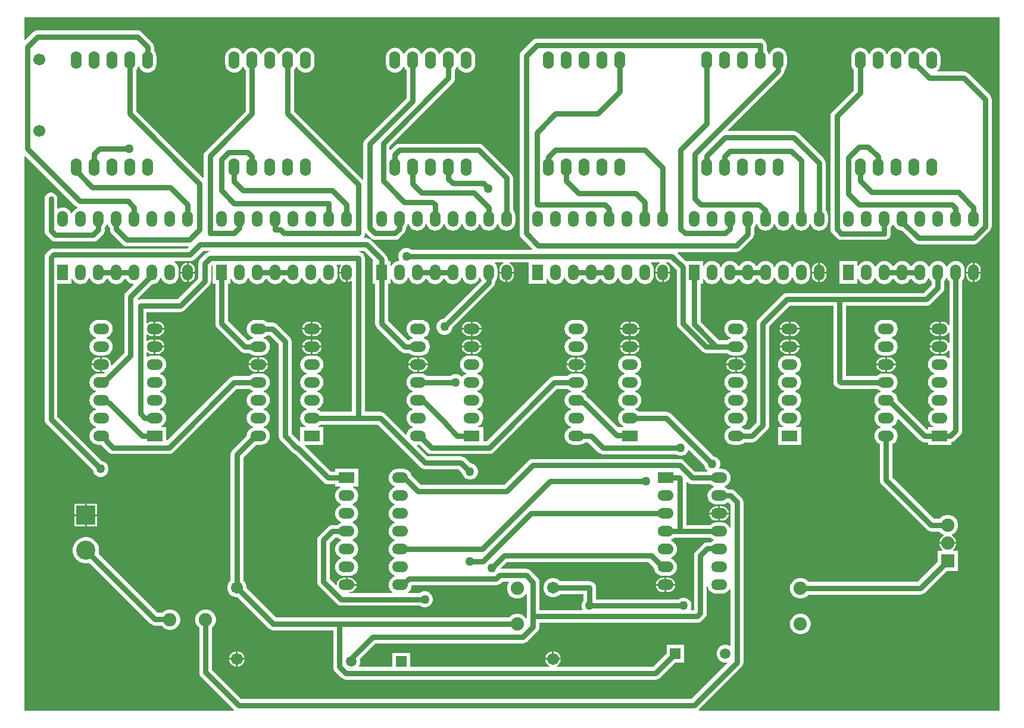
<source format=gbl>
G04*
G04 #@! TF.GenerationSoftware,Altium Limited,Altium Designer,21.0.8 (223)*
G04*
G04 Layer_Physical_Order=2*
G04 Layer_Color=16711680*
%FSTAX24Y24*%
%MOIN*%
G70*
G04*
G04 #@! TF.SameCoordinates,7D2A80BF-F15A-477C-97BA-D51E596D6298*
G04*
G04*
G04 #@! TF.FilePolarity,Positive*
G04*
G01*
G75*
%ADD22C,0.0750*%
%ADD30C,0.0315*%
%ADD31C,0.0591*%
%ADD32R,0.0591X0.0591*%
%ADD33R,0.0900X0.0600*%
%ADD34O,0.0900X0.0600*%
%ADD35O,0.0600X0.1000*%
%ADD36C,0.0670*%
%ADD37R,0.0750X0.0750*%
%ADD38R,0.0600X0.0900*%
%ADD39O,0.0600X0.0900*%
%ADD40R,0.1070X0.1070*%
%ADD41C,0.1070*%
%ADD42C,0.0500*%
G36*
X013087Y038607D02*
X013161Y03855D01*
X013218Y038527D01*
Y038473D01*
X013149Y038445D01*
X013046Y038365D01*
X012966Y038261D01*
X012927Y038167D01*
X012873D01*
X012834Y038261D01*
X012754Y038365D01*
X012651Y038445D01*
X01253Y038495D01*
X0124Y038512D01*
X01227Y038495D01*
X012149Y038445D01*
X012142Y038439D01*
X012097Y038461D01*
Y03899D01*
X012085Y039083D01*
X01205Y039169D01*
X011993Y039243D01*
X011919Y0393D01*
X011832Y039335D01*
X01174Y039347D01*
X011647Y039335D01*
X011561Y0393D01*
X011487Y039243D01*
X01143Y039169D01*
X011395Y039083D01*
X011383Y03899D01*
Y03721D01*
X011395Y037118D01*
X01143Y037031D01*
X011487Y036957D01*
X011747Y036697D01*
X011747Y036697D01*
X011821Y03664D01*
X011908Y036605D01*
X012Y036593D01*
X012Y036593D01*
X0141D01*
X014193Y036605D01*
X014279Y03664D01*
X014353Y036697D01*
X014653Y036997D01*
X01471Y037071D01*
X014745Y037157D01*
X014757Y03725D01*
Y03736D01*
X014834Y03746D01*
X014873Y037554D01*
X014927D01*
X014966Y03746D01*
X015043Y03736D01*
Y03729D01*
X015055Y037197D01*
X01509Y037111D01*
X015147Y037037D01*
X015747Y036437D01*
X015821Y03638D01*
X015907Y036345D01*
X016Y036333D01*
X019432D01*
X019451Y036286D01*
X019372Y036207D01*
X01189D01*
X011797Y036195D01*
X011711Y03616D01*
X011637Y036103D01*
X011487Y035953D01*
X01143Y035879D01*
X011395Y035793D01*
X011383Y0357D01*
Y02663D01*
X011395Y026537D01*
X01143Y026451D01*
X011487Y026377D01*
X014073Y023791D01*
Y023791D01*
X014104Y023678D01*
X014162Y023576D01*
X014246Y023492D01*
X014348Y023434D01*
X014461Y023403D01*
X014579D01*
X014692Y023434D01*
X014794Y023492D01*
X014878Y023576D01*
X014936Y023678D01*
X014967Y023791D01*
Y023909D01*
X014936Y024022D01*
X014878Y024124D01*
X014794Y024208D01*
X014692Y024266D01*
X014579Y024297D01*
X014579D01*
X012097Y026778D01*
Y034214D01*
X012897D01*
Y034496D01*
X012947Y034506D01*
X012966Y03446D01*
X013046Y034356D01*
X013149Y034277D01*
X01327Y034226D01*
X0134Y034209D01*
X01353Y034226D01*
X013651Y034277D01*
X013754Y034356D01*
X013834Y03446D01*
X013873Y034554D01*
X013927D01*
X013966Y03446D01*
X014046Y034356D01*
X014149Y034277D01*
X01427Y034226D01*
X0144Y034209D01*
X01453Y034226D01*
X014651Y034277D01*
X014754Y034356D01*
X014834Y03446D01*
X014852Y034503D01*
X014948D01*
X014966Y03446D01*
X015046Y034356D01*
X015149Y034277D01*
X01527Y034226D01*
X0154Y034209D01*
X01553Y034226D01*
X015651Y034277D01*
X015754Y034356D01*
X015834Y03446D01*
X015852Y034503D01*
X015948D01*
X015966Y03446D01*
X016046Y034356D01*
X016149Y034277D01*
X01627Y034226D01*
X016338Y034218D01*
X016354Y03417D01*
X015947Y033763D01*
X01589Y033689D01*
X015855Y033603D01*
X015843Y033511D01*
Y030348D01*
X015148Y029653D01*
X0151Y029676D01*
X015103Y0297D01*
X01509Y029804D01*
X015049Y029902D01*
X014985Y029985D01*
X014902Y030049D01*
X014804Y03009D01*
X0147Y030103D01*
X0146D01*
Y0297D01*
Y029297D01*
X0147D01*
X014724Y0293D01*
X014747Y029252D01*
X014696Y029201D01*
X0144D01*
X01427Y029184D01*
X014149Y029134D01*
X014046Y029054D01*
X013966Y028951D01*
X013916Y02883D01*
X013899Y0287D01*
X013916Y02857D01*
X013966Y028449D01*
X014046Y028346D01*
X014149Y028266D01*
X014243Y028227D01*
Y028173D01*
X014149Y028134D01*
X014046Y028054D01*
X013966Y027951D01*
X013916Y02783D01*
X013899Y0277D01*
X013916Y02757D01*
X013966Y027449D01*
X014046Y027346D01*
X014149Y027266D01*
X014243Y027227D01*
Y027173D01*
X014149Y027134D01*
X014046Y027054D01*
X013966Y026951D01*
X013916Y02683D01*
X013899Y0267D01*
X013916Y02657D01*
X013966Y026449D01*
X014046Y026346D01*
X014149Y026266D01*
X014243Y026227D01*
Y026173D01*
X014149Y026134D01*
X014046Y026054D01*
X013966Y025951D01*
X013916Y02583D01*
X013899Y0257D01*
X013916Y02557D01*
X013966Y025449D01*
X014046Y025346D01*
X014149Y025266D01*
X01427Y025216D01*
X0144Y025199D01*
X014556D01*
X01459Y025155D01*
X014952Y024792D01*
X015026Y024735D01*
X015113Y0247D01*
X015205Y024688D01*
X015205Y024688D01*
X016012D01*
X01605Y024683D01*
X01834D01*
X018433Y024695D01*
X018519Y02473D01*
X018593Y024787D01*
X022148Y028343D01*
X02285D01*
X022949Y028266D01*
X023043Y028227D01*
Y028173D01*
X022949Y028134D01*
X022846Y028054D01*
X022766Y027951D01*
X022716Y02783D01*
X022699Y0277D01*
X022716Y02757D01*
X022766Y027449D01*
X022846Y027346D01*
X022949Y027266D01*
X023043Y027227D01*
Y027173D01*
X022949Y027134D01*
X022846Y027054D01*
X022766Y026951D01*
X022716Y02683D01*
X022699Y0267D01*
X022716Y02657D01*
X022766Y026449D01*
X022846Y026346D01*
X022949Y026266D01*
X023043Y026227D01*
Y026173D01*
X022949Y026134D01*
X022846Y026054D01*
X022766Y025951D01*
X022716Y02583D01*
X0227Y025705D01*
X021897Y024903D01*
X02184Y024829D01*
X021805Y024743D01*
X021793Y02465D01*
Y017595D01*
X021724Y017527D01*
X021654Y017405D01*
X021618Y01727D01*
Y01713D01*
X021654Y016995D01*
X021724Y016873D01*
X021823Y016774D01*
X021945Y016704D01*
X02208Y016668D01*
X022176D01*
X023937Y014907D01*
X024011Y01485D01*
X024097Y014815D01*
X02419Y014803D01*
X02419Y014803D01*
X027545D01*
Y012748D01*
X027558Y012655D01*
X027593Y012569D01*
X02765Y012495D01*
X027997Y012148D01*
X028071Y012091D01*
X028157Y012055D01*
X02825Y012043D01*
X045603D01*
X045695Y012055D01*
X045781Y012091D01*
X045855Y012148D01*
X046716Y013008D01*
X047194D01*
Y013992D01*
X04621D01*
Y013513D01*
X045455Y012758D01*
X040054D01*
X040041Y012808D01*
X040117Y012852D01*
X040198Y012933D01*
X040255Y013032D01*
X040285Y013143D01*
Y01315D01*
X03985D01*
X039415D01*
Y013143D01*
X039445Y013032D01*
X039502Y012933D01*
X039583Y012852D01*
X039659Y012808D01*
X039646Y012758D01*
X03184D01*
Y013542D01*
X030856D01*
Y012758D01*
X029002D01*
X028977Y012801D01*
X029011Y01286D01*
X029044Y012985D01*
Y013115D01*
X029021Y013204D01*
X02989Y014073D01*
X038152D01*
X038245Y014085D01*
X038331Y014121D01*
X038405Y014178D01*
X038985Y014759D01*
X038985Y014759D01*
X039042Y014833D01*
X039078Y014919D01*
X03909Y015011D01*
X03909Y015011D01*
Y015226D01*
X047918D01*
X048011Y015238D01*
X048097Y015274D01*
X048171Y01533D01*
X048355Y015515D01*
X048355Y015515D01*
X048412Y015589D01*
X048448Y015675D01*
X04846Y015768D01*
Y017262D01*
X04851Y017265D01*
X048516Y01722D01*
X048566Y017099D01*
X048646Y016996D01*
X048749Y016916D01*
X04887Y016866D01*
X049Y016849D01*
X0493D01*
X04943Y016866D01*
X049551Y016916D01*
X049654Y016996D01*
X049734Y017099D01*
X049743Y01712D01*
X049793Y01711D01*
Y013948D01*
X049749Y013923D01*
X049688Y013959D01*
X049562Y013992D01*
X049433D01*
X049308Y013959D01*
X049195Y013894D01*
X049104Y013802D01*
X049039Y01369D01*
X049006Y013565D01*
Y013435D01*
X049039Y01331D01*
X049104Y013198D01*
X049195Y013106D01*
X049308Y013041D01*
X049433Y013008D01*
X049562D01*
X049592Y013016D01*
X049617Y012973D01*
X047602Y010957D01*
X022398D01*
X020757Y012598D01*
Y014949D01*
X020858Y015049D01*
X020933Y015179D01*
X020972Y015325D01*
Y015475D01*
X020933Y015621D01*
X020858Y015751D01*
X020751Y015858D01*
X020621Y015933D01*
X020475Y015972D01*
X020325D01*
X020179Y015933D01*
X020049Y015858D01*
X019942Y015751D01*
X019867Y015621D01*
X019828Y015475D01*
Y015325D01*
X019867Y015179D01*
X019942Y015049D01*
X020043Y014949D01*
Y01245D01*
X020055Y012357D01*
X02009Y012271D01*
X020147Y012197D01*
X021993Y010352D01*
X021989Y010324D01*
X021982Y010302D01*
X010252D01*
Y041378D01*
X010298Y041397D01*
X013087Y038607D01*
D02*
G37*
G36*
X064866Y010302D02*
X048018D01*
X048011Y010324D01*
X048007Y010352D01*
X050403Y012747D01*
X050403Y012747D01*
X05046Y012821D01*
X050495Y012908D01*
X050507Y013D01*
X050507Y013D01*
Y022D01*
X050507Y022D01*
X050495Y022092D01*
X05046Y022179D01*
X050403Y022253D01*
X050053Y022603D01*
X049979Y02266D01*
X049893Y022695D01*
X0498Y022707D01*
X04965D01*
X049551Y022784D01*
X049457Y022823D01*
Y022877D01*
X049551Y022916D01*
X049654Y022996D01*
X049734Y023099D01*
X049784Y02322D01*
X049801Y02335D01*
X049784Y02348D01*
X049734Y023601D01*
X049654Y023704D01*
X049551Y023784D01*
X04943Y023834D01*
X0493Y023851D01*
X049173D01*
X049144Y023901D01*
X049176Y023958D01*
X049207Y024071D01*
Y024189D01*
X049176Y024302D01*
X049118Y024404D01*
X049034Y024488D01*
X048932Y024546D01*
X048819Y024577D01*
X048819D01*
X046443Y026953D01*
X046369Y02701D01*
X046283Y027045D01*
X04619Y027057D01*
X04465D01*
X044551Y027134D01*
X044457Y027173D01*
Y027227D01*
X044551Y027266D01*
X044654Y027346D01*
X044734Y027449D01*
X044784Y02757D01*
X044801Y0277D01*
X044784Y02783D01*
X044734Y027951D01*
X044654Y028054D01*
X044551Y028134D01*
X044457Y028173D01*
Y028227D01*
X044551Y028266D01*
X044654Y028346D01*
X044734Y028449D01*
X044784Y02857D01*
X044801Y0287D01*
X044784Y02883D01*
X044734Y028951D01*
X044654Y029054D01*
X044551Y029134D01*
X044457Y029173D01*
Y029227D01*
X044551Y029266D01*
X044654Y029346D01*
X044734Y029449D01*
X044784Y02957D01*
X044801Y0297D01*
X044784Y02983D01*
X044734Y029951D01*
X044654Y030054D01*
X044551Y030134D01*
X04443Y030184D01*
X0443Y030201D01*
X044D01*
X04387Y030184D01*
X043749Y030134D01*
X043646Y030054D01*
X043566Y029951D01*
X043516Y02983D01*
X043499Y0297D01*
X043516Y02957D01*
X043566Y029449D01*
X043646Y029346D01*
X043749Y029266D01*
X043843Y029227D01*
Y029173D01*
X043749Y029134D01*
X043646Y029054D01*
X043566Y028951D01*
X043516Y02883D01*
X043499Y0287D01*
X043516Y02857D01*
X043566Y028449D01*
X043646Y028346D01*
X043749Y028266D01*
X043843Y028227D01*
Y028173D01*
X043749Y028134D01*
X043646Y028054D01*
X043566Y027951D01*
X043516Y02783D01*
X043499Y0277D01*
X043516Y02757D01*
X043566Y027449D01*
X043646Y027346D01*
X043749Y027266D01*
X043843Y027227D01*
Y027173D01*
X043749Y027134D01*
X043646Y027054D01*
X043566Y026951D01*
X043516Y02683D01*
X043499Y0267D01*
X043516Y02657D01*
X043566Y026449D01*
X043646Y026346D01*
X043749Y026266D01*
X043796Y026247D01*
X043786Y026197D01*
X043503D01*
Y026197D01*
X043472Y026184D01*
X041845Y02781D01*
X041771Y027867D01*
X041768Y027868D01*
X041734Y027951D01*
X041654Y028054D01*
X041551Y028134D01*
X041457Y028173D01*
Y028227D01*
X041551Y028266D01*
X041654Y028346D01*
X041734Y028449D01*
X041784Y02857D01*
X041801Y0287D01*
X041784Y02883D01*
X041734Y028951D01*
X041654Y029054D01*
X041551Y029134D01*
X04143Y029184D01*
X0413Y029201D01*
X041D01*
X04087Y029184D01*
X040749Y029134D01*
X04065Y029057D01*
X03993D01*
X03993Y029057D01*
X039838Y029045D01*
X039751Y02901D01*
X039677Y028953D01*
X036122Y025397D01*
X035947D01*
Y026197D01*
X035664D01*
X035654Y026247D01*
X035701Y026266D01*
X035804Y026346D01*
X035884Y026449D01*
X035934Y02657D01*
X035951Y0267D01*
X035934Y02683D01*
X035884Y026951D01*
X035804Y027054D01*
X035701Y027134D01*
X035607Y027173D01*
Y027227D01*
X035701Y027266D01*
X035804Y027346D01*
X035884Y027449D01*
X035934Y02757D01*
X035951Y0277D01*
X035934Y02783D01*
X035884Y027951D01*
X035804Y028054D01*
X035701Y028134D01*
X035607Y028173D01*
Y028227D01*
X035701Y028266D01*
X035804Y028346D01*
X035884Y028449D01*
X035934Y02857D01*
X035951Y0287D01*
X035934Y02883D01*
X035884Y028951D01*
X035804Y029054D01*
X035701Y029134D01*
X035607Y029173D01*
Y029227D01*
X035701Y029266D01*
X035804Y029346D01*
X035884Y029449D01*
X035934Y02957D01*
X035951Y0297D01*
X035934Y02983D01*
X035884Y029951D01*
X035804Y030054D01*
X035701Y030134D01*
X03558Y030184D01*
X03545Y030201D01*
X03515D01*
X03502Y030184D01*
X034899Y030134D01*
X034796Y030054D01*
X034716Y029951D01*
X034666Y02983D01*
X034649Y0297D01*
X034666Y02957D01*
X034716Y029449D01*
X034796Y029346D01*
X034899Y029266D01*
X034993Y029227D01*
Y029173D01*
X034899Y029134D01*
X034796Y029054D01*
X034767Y029018D01*
X034718Y029014D01*
X034674Y029058D01*
X034572Y029116D01*
X034459Y029147D01*
X034341D01*
X034228Y029116D01*
X034126Y029058D01*
X034125Y029057D01*
X0328D01*
X032701Y029134D01*
X03258Y029184D01*
X03245Y029201D01*
X03215D01*
X03202Y029184D01*
X031899Y029134D01*
X031796Y029054D01*
X031716Y028951D01*
X031666Y02883D01*
X031649Y0287D01*
X031666Y02857D01*
X031716Y028449D01*
X031796Y028346D01*
X031899Y028266D01*
X031993Y028227D01*
Y028173D01*
X031899Y028134D01*
X031796Y028054D01*
X031716Y027951D01*
X031666Y02783D01*
X031649Y0277D01*
X031666Y02757D01*
X031716Y027449D01*
X031796Y027346D01*
X031899Y027266D01*
X031993Y027227D01*
Y027173D01*
X031899Y027134D01*
X031796Y027054D01*
X031716Y026951D01*
X031666Y02683D01*
X031649Y0267D01*
X031666Y02657D01*
X031716Y026449D01*
X031796Y026346D01*
X031899Y026266D01*
X031993Y026227D01*
Y026173D01*
X031899Y026134D01*
X031796Y026054D01*
X031716Y025951D01*
X031666Y02583D01*
X031659Y02578D01*
X031612Y025763D01*
X030423Y026953D01*
X030349Y02701D01*
X030262Y027045D01*
X03017Y027057D01*
X029312D01*
Y03567D01*
X0293Y035763D01*
X029264Y035849D01*
X029207Y035923D01*
X029133Y03598D01*
X029047Y036015D01*
X028991Y036023D01*
X028994Y036073D01*
X029259D01*
X029778Y035554D01*
X029759Y035507D01*
X029753D01*
Y034214D01*
X029893D01*
Y032D01*
X029905Y031907D01*
X02994Y031821D01*
X029997Y031747D01*
X031297Y030447D01*
X031371Y03039D01*
X031458Y030355D01*
X03155Y030343D01*
X03155Y030343D01*
X0318D01*
X031899Y030266D01*
X03202Y030216D01*
X03215Y030199D01*
X03245D01*
X03258Y030216D01*
X032701Y030266D01*
X032804Y030346D01*
X032884Y030449D01*
X032934Y03057D01*
X032951Y0307D01*
X032934Y03083D01*
X032884Y030951D01*
X032804Y031054D01*
X032701Y031134D01*
X032607Y031173D01*
Y031227D01*
X032701Y031266D01*
X032804Y031346D01*
X032884Y031449D01*
X032934Y03157D01*
X032951Y0317D01*
X032934Y03183D01*
X032884Y031951D01*
X032804Y032054D01*
X032701Y032134D01*
X03258Y032184D01*
X03245Y032201D01*
X03215D01*
X03202Y032184D01*
X031899Y032134D01*
X031796Y032054D01*
X031716Y031951D01*
X031666Y03183D01*
X031649Y0317D01*
X031666Y03157D01*
X031716Y031449D01*
X031796Y031346D01*
X031899Y031266D01*
X031993Y031227D01*
Y031173D01*
X031899Y031134D01*
X0318Y031057D01*
X031698D01*
X030607Y032148D01*
Y034214D01*
X030747D01*
Y034496D01*
X030797Y034506D01*
X030816Y03446D01*
X030896Y034356D01*
X030999Y034277D01*
X03112Y034226D01*
X03125Y034209D01*
X03138Y034226D01*
X031501Y034277D01*
X031604Y034356D01*
X031684Y03446D01*
X031723Y034554D01*
X031777D01*
X031816Y03446D01*
X031896Y034356D01*
X031999Y034277D01*
X03212Y034226D01*
X03225Y034209D01*
X03238Y034226D01*
X032501Y034277D01*
X032604Y034356D01*
X032684Y03446D01*
X032702Y034503D01*
X032798D01*
X032816Y03446D01*
X032896Y034356D01*
X032999Y034277D01*
X03312Y034226D01*
X03325Y034209D01*
X03338Y034226D01*
X033501Y034277D01*
X033604Y034356D01*
X033684Y03446D01*
X033702Y034503D01*
X033798D01*
X033816Y03446D01*
X033896Y034356D01*
X033999Y034277D01*
X03412Y034226D01*
X03425Y034209D01*
X03438Y034226D01*
X034501Y034277D01*
X034604Y034356D01*
X034684Y03446D01*
X034723Y034554D01*
X034777D01*
X034816Y03446D01*
X034896Y034356D01*
X034999Y034277D01*
X03512Y034226D01*
X03525Y034209D01*
X03538Y034226D01*
X035501Y034277D01*
X035604Y034356D01*
X035684Y03446D01*
X035723Y034554D01*
X035777D01*
X035816Y03446D01*
X035854Y03441D01*
X033711Y032267D01*
X033711D01*
X033598Y032236D01*
X033496Y032178D01*
X033412Y032094D01*
X033354Y031992D01*
X033323Y031879D01*
Y031761D01*
X033354Y031648D01*
X033412Y031546D01*
X033496Y031462D01*
X033598Y031404D01*
X033711Y031373D01*
X033829D01*
X033942Y031404D01*
X034044Y031462D01*
X034128Y031546D01*
X034186Y031648D01*
X034217Y031761D01*
Y031761D01*
X036503Y034047D01*
X03656Y034121D01*
X036595Y034207D01*
X036607Y0343D01*
X036607Y0343D01*
Y03436D01*
X036684Y03446D01*
X036734Y034581D01*
X036751Y034711D01*
Y035011D01*
X036734Y03514D01*
X036684Y035261D01*
X036604Y035365D01*
X036591Y035375D01*
X036607Y035423D01*
X037069D01*
X037079Y035373D01*
X037048Y03536D01*
X036965Y035296D01*
X036901Y035212D01*
X03686Y035115D01*
X036847Y035011D01*
Y034911D01*
X03725D01*
X037653D01*
Y035011D01*
X03764Y035115D01*
X037599Y035212D01*
X037535Y035296D01*
X037452Y03536D01*
X037421Y035373D01*
X037431Y035423D01*
X038503D01*
Y034214D01*
X039497D01*
Y034496D01*
X039547Y034506D01*
X039566Y03446D01*
X039646Y034356D01*
X039749Y034277D01*
X03987Y034226D01*
X04Y034209D01*
X04013Y034226D01*
X040251Y034277D01*
X040354Y034356D01*
X040434Y03446D01*
X040473Y034554D01*
X040527D01*
X040566Y03446D01*
X040646Y034356D01*
X040749Y034277D01*
X04087Y034226D01*
X041Y034209D01*
X04113Y034226D01*
X041251Y034277D01*
X041354Y034356D01*
X041434Y03446D01*
X041452Y034503D01*
X041548D01*
X041566Y03446D01*
X041646Y034356D01*
X041749Y034277D01*
X04187Y034226D01*
X042Y034209D01*
X04213Y034226D01*
X042251Y034277D01*
X042354Y034356D01*
X042434Y03446D01*
X042452Y034503D01*
X042548D01*
X042566Y03446D01*
X042646Y034356D01*
X042749Y034277D01*
X04287Y034226D01*
X043Y034209D01*
X04313Y034226D01*
X043251Y034277D01*
X043354Y034356D01*
X043434Y03446D01*
X043473Y034554D01*
X043527D01*
X043566Y03446D01*
X043646Y034356D01*
X043749Y034277D01*
X04387Y034226D01*
X044Y034209D01*
X04413Y034226D01*
X044251Y034277D01*
X044354Y034356D01*
X044434Y03446D01*
X044473Y034554D01*
X044527D01*
X044566Y03446D01*
X044646Y034356D01*
X044749Y034277D01*
X04487Y034226D01*
X045Y034209D01*
X04513Y034226D01*
X045251Y034277D01*
X045354Y034356D01*
X045434Y03446D01*
X045484Y034581D01*
X045501Y034711D01*
Y035011D01*
X045484Y03514D01*
X045434Y035261D01*
X045354Y035365D01*
X045341Y035375D01*
X045357Y035423D01*
X045819D01*
X045829Y035373D01*
X045798Y03536D01*
X045715Y035296D01*
X045651Y035212D01*
X04561Y035115D01*
X045597Y035011D01*
Y034911D01*
X046D01*
X046403D01*
Y035011D01*
X04639Y035115D01*
X046349Y035212D01*
X046285Y035296D01*
X046202Y03536D01*
X046171Y035373D01*
X046181Y035423D01*
X046352D01*
X046773Y035002D01*
Y032D01*
X046785Y031907D01*
X04682Y031821D01*
X046877Y031747D01*
X048177Y030447D01*
X048251Y03039D01*
X048337Y030355D01*
X04843Y030343D01*
X04843Y030343D01*
X0496D01*
X049699Y030266D01*
X04982Y030216D01*
X04995Y030199D01*
X05025D01*
X05038Y030216D01*
X050501Y030266D01*
X050604Y030346D01*
X050684Y030449D01*
X050734Y03057D01*
X050751Y0307D01*
X050734Y03083D01*
X050684Y030951D01*
X050604Y031054D01*
X050501Y031134D01*
X050407Y031173D01*
Y031227D01*
X050501Y031266D01*
X050604Y031346D01*
X050684Y031449D01*
X050734Y03157D01*
X050751Y0317D01*
X050734Y03183D01*
X050684Y031951D01*
X050604Y032054D01*
X050501Y032134D01*
X05038Y032184D01*
X05025Y032201D01*
X04995D01*
X04982Y032184D01*
X049699Y032134D01*
X049596Y032054D01*
X049516Y031951D01*
X049466Y03183D01*
X049449Y0317D01*
X049466Y03157D01*
X049516Y031449D01*
X049596Y031346D01*
X049699Y031266D01*
X049793Y031227D01*
Y031173D01*
X049699Y031134D01*
X0496Y031057D01*
X049148D01*
X048107Y032098D01*
Y034214D01*
X048247D01*
Y034496D01*
X048297Y034506D01*
X048316Y03446D01*
X048396Y034356D01*
X048499Y034277D01*
X04862Y034226D01*
X04875Y034209D01*
X04888Y034226D01*
X049001Y034277D01*
X049104Y034356D01*
X049184Y03446D01*
X049223Y034554D01*
X049277D01*
X049316Y03446D01*
X049396Y034356D01*
X049499Y034277D01*
X04962Y034226D01*
X04975Y034209D01*
X04988Y034226D01*
X050001Y034277D01*
X050104Y034356D01*
X050184Y03446D01*
X050202Y034503D01*
X050298D01*
X050316Y03446D01*
X050396Y034356D01*
X050499Y034277D01*
X05062Y034226D01*
X05075Y034209D01*
X05088Y034226D01*
X051001Y034277D01*
X051104Y034356D01*
X051184Y03446D01*
X051202Y034503D01*
X051298D01*
X051316Y03446D01*
X051396Y034356D01*
X051499Y034277D01*
X05162Y034226D01*
X05175Y034209D01*
X05188Y034226D01*
X052001Y034277D01*
X052104Y034356D01*
X052184Y03446D01*
X052223Y034554D01*
X052277D01*
X052316Y03446D01*
X052396Y034356D01*
X052499Y034277D01*
X05262Y034226D01*
X05275Y034209D01*
X05288Y034226D01*
X053001Y034277D01*
X053104Y034356D01*
X053184Y03446D01*
X053223Y034554D01*
X053277D01*
X053316Y03446D01*
X053396Y034356D01*
X053499Y034277D01*
X05362Y034226D01*
X05375Y034209D01*
X05388Y034226D01*
X054001Y034277D01*
X054104Y034356D01*
X054184Y03446D01*
X054234Y034581D01*
X054251Y034711D01*
Y035011D01*
X054234Y03514D01*
X054184Y035261D01*
X054104Y035365D01*
X054001Y035445D01*
X05388Y035495D01*
X05375Y035512D01*
X05362Y035495D01*
X053499Y035445D01*
X053396Y035365D01*
X053316Y035261D01*
X053277Y035167D01*
X053223D01*
X053184Y035261D01*
X053104Y035365D01*
X053001Y035445D01*
X05288Y035495D01*
X05275Y035512D01*
X05262Y035495D01*
X052499Y035445D01*
X052396Y035365D01*
X052316Y035261D01*
X052277Y035167D01*
X052223D01*
X052184Y035261D01*
X052104Y035365D01*
X052001Y035445D01*
X05188Y035495D01*
X05175Y035512D01*
X05162Y035495D01*
X051499Y035445D01*
X051396Y035365D01*
X051316Y035261D01*
X051298Y035218D01*
X051202D01*
X051184Y035261D01*
X051104Y035365D01*
X051001Y035445D01*
X05088Y035495D01*
X05075Y035512D01*
X05062Y035495D01*
X050499Y035445D01*
X050396Y035365D01*
X050316Y035261D01*
X050298Y035218D01*
X050202D01*
X050184Y035261D01*
X050104Y035365D01*
X050001Y035445D01*
X04988Y035495D01*
X04975Y035512D01*
X04962Y035495D01*
X049499Y035445D01*
X049396Y035365D01*
X049316Y035261D01*
X049277Y035167D01*
X049223D01*
X049184Y035261D01*
X049104Y035365D01*
X049001Y035445D01*
X04888Y035495D01*
X04875Y035512D01*
X04862Y035495D01*
X048499Y035445D01*
X048396Y035365D01*
X048316Y035261D01*
X048297Y035215D01*
X048247Y035225D01*
Y035507D01*
X047278D01*
X046829Y035956D01*
X046848Y036003D01*
X05011D01*
X050202Y036015D01*
X050289Y03605D01*
X050363Y036107D01*
X051003Y036747D01*
X05106Y036821D01*
X051095Y036907D01*
X051107Y037D01*
X051107Y037D01*
Y03736D01*
X051184Y03746D01*
X051223Y037554D01*
X051277D01*
X051316Y03746D01*
X051396Y037356D01*
X051499Y037277D01*
X05162Y037226D01*
X05175Y037209D01*
X05188Y037226D01*
X052001Y037277D01*
X052104Y037356D01*
X052184Y03746D01*
X052223Y037554D01*
X052277D01*
X052316Y03746D01*
X052396Y037356D01*
X052499Y037277D01*
X05262Y037226D01*
X05275Y037209D01*
X05288Y037226D01*
X053001Y037277D01*
X053104Y037356D01*
X053184Y03746D01*
X053223Y037554D01*
X053277D01*
X053316Y03746D01*
X053396Y037356D01*
X053499Y037277D01*
X05362Y037226D01*
X05375Y037209D01*
X05388Y037226D01*
X054001Y037277D01*
X054104Y037356D01*
X054184Y03746D01*
X054223Y037554D01*
X054277D01*
X054316Y03746D01*
X054396Y037356D01*
X054499Y037277D01*
X05462Y037226D01*
X05475Y037209D01*
X05488Y037226D01*
X055001Y037277D01*
X055104Y037356D01*
X055184Y03746D01*
X055234Y037581D01*
X055251Y037711D01*
Y038011D01*
X055234Y03814D01*
X055184Y038261D01*
X055107Y038361D01*
Y041D01*
X055095Y041093D01*
X05506Y041179D01*
X055003Y041253D01*
X055003Y041253D01*
X053573Y042683D01*
X053499Y04274D01*
X053412Y042775D01*
X05332Y042787D01*
X049648D01*
X049629Y042834D01*
X052703Y045907D01*
X05276Y045981D01*
X052795Y046068D01*
X052807Y04616D01*
Y0462D01*
X052884Y046299D01*
X052934Y04642D01*
X052951Y04655D01*
Y04695D01*
X052934Y04708D01*
X052884Y047201D01*
X052804Y047304D01*
X052701Y047384D01*
X05258Y047434D01*
X05245Y047451D01*
X05232Y047434D01*
X052199Y047384D01*
X052096Y047304D01*
X052016Y047201D01*
X051977Y047107D01*
X051923D01*
X051884Y047201D01*
X051807Y0473D01*
Y04761D01*
X051795Y047702D01*
X05176Y047789D01*
X051703Y047863D01*
X051629Y04792D01*
X051543Y047955D01*
X05145Y047967D01*
X03895D01*
X038858Y047955D01*
X038771Y04792D01*
X038697Y047863D01*
X038087Y047253D01*
X03803Y047179D01*
X037995Y047092D01*
X037983Y047D01*
Y03705D01*
X037995Y036957D01*
X03803Y036871D01*
X038087Y036797D01*
X038701Y036184D01*
X038682Y036137D01*
X031915D01*
X031914Y036138D01*
X031812Y036196D01*
X031699Y036227D01*
X031581D01*
X031468Y036196D01*
X031366Y036138D01*
X031282Y036054D01*
X031224Y035952D01*
X031193Y035839D01*
Y035721D01*
X031224Y035608D01*
X031252Y035559D01*
X031223Y035508D01*
X03112Y035495D01*
X030999Y035445D01*
X030896Y035365D01*
X030816Y035261D01*
X030797Y035215D01*
X030747Y035225D01*
Y035507D01*
X030607D01*
Y035587D01*
X030595Y03568D01*
X03056Y035766D01*
X030503Y03584D01*
X02966Y036683D01*
X029586Y03674D01*
X0295Y036775D01*
X029407Y036787D01*
X029268D01*
X029243Y036837D01*
X02927Y036871D01*
X029305Y036957D01*
X029317Y03705D01*
Y037056D01*
X029367Y037077D01*
X029647Y036797D01*
X029721Y03674D01*
X029808Y036705D01*
X0299Y036693D01*
X031D01*
X031093Y036705D01*
X031179Y03674D01*
X031253Y036797D01*
X031503Y037047D01*
X031503Y037047D01*
X03156Y037121D01*
X031595Y037208D01*
X031607Y0373D01*
Y03736D01*
X031684Y03746D01*
X031723Y037554D01*
X031777D01*
X031816Y03746D01*
X031896Y037356D01*
X031999Y037277D01*
X03212Y037226D01*
X03225Y037209D01*
X03238Y037226D01*
X032501Y037277D01*
X032604Y037356D01*
X032684Y03746D01*
X032723Y037554D01*
X032777D01*
X032816Y03746D01*
X032896Y037356D01*
X032999Y037277D01*
X03312Y037226D01*
X03325Y037209D01*
X03338Y037226D01*
X033501Y037277D01*
X033604Y037356D01*
X033684Y03746D01*
X033723Y037554D01*
X033777D01*
X033816Y03746D01*
X033896Y037356D01*
X033999Y037277D01*
X03412Y037226D01*
X03425Y037209D01*
X03438Y037226D01*
X034501Y037277D01*
X034604Y037356D01*
X034684Y03746D01*
X034723Y037554D01*
X034777D01*
X034816Y03746D01*
X034896Y037356D01*
X034999Y037277D01*
X03512Y037226D01*
X03525Y037209D01*
X03538Y037226D01*
X035501Y037277D01*
X035604Y037356D01*
X035684Y03746D01*
X035723Y037554D01*
X035777D01*
X035816Y03746D01*
X035896Y037356D01*
X035999Y037277D01*
X03612Y037226D01*
X03625Y037209D01*
X03638Y037226D01*
X036501Y037277D01*
X036604Y037356D01*
X036684Y03746D01*
X036723Y037554D01*
X036777D01*
X036816Y03746D01*
X036896Y037356D01*
X036999Y037277D01*
X03712Y037226D01*
X03725Y037209D01*
X03738Y037226D01*
X037501Y037277D01*
X037604Y037356D01*
X037684Y03746D01*
X037734Y037581D01*
X037751Y037711D01*
Y038011D01*
X037734Y03814D01*
X037684Y038261D01*
X037607Y038361D01*
Y04016D01*
X037595Y040252D01*
X03756Y040339D01*
X037503Y040413D01*
X035943Y041973D01*
X035869Y04203D01*
X035782Y042065D01*
X03569Y042077D01*
X03125D01*
X031158Y042065D01*
X031071Y04203D01*
X030997Y041973D01*
X030997Y041973D01*
X030747Y041723D01*
X030735Y041723D01*
X030697Y041735D01*
Y041942D01*
X034253Y045497D01*
X03431Y045571D01*
X034345Y045658D01*
X034357Y04575D01*
X034357Y04575D01*
Y0462D01*
X034434Y046299D01*
X034473Y046393D01*
X034527D01*
X034566Y046299D01*
X034646Y046196D01*
X034749Y046116D01*
X03487Y046066D01*
X035Y046049D01*
X03513Y046066D01*
X035251Y046116D01*
X035354Y046196D01*
X035434Y046299D01*
X035484Y04642D01*
X035501Y04655D01*
Y04695D01*
X035484Y04708D01*
X035434Y047201D01*
X035354Y047304D01*
X035251Y047384D01*
X03513Y047434D01*
X035Y047451D01*
X03487Y047434D01*
X034749Y047384D01*
X034646Y047304D01*
X034566Y047201D01*
X034527Y047107D01*
X034473D01*
X034434Y047201D01*
X034354Y047304D01*
X034251Y047384D01*
X03413Y047434D01*
X034Y047451D01*
X03387Y047434D01*
X033749Y047384D01*
X033646Y047304D01*
X033566Y047201D01*
X033527Y047107D01*
X033473D01*
X033434Y047201D01*
X033354Y047304D01*
X033251Y047384D01*
X03313Y047434D01*
X033Y047451D01*
X03287Y047434D01*
X032749Y047384D01*
X032646Y047304D01*
X032566Y047201D01*
X032527Y047107D01*
X032473D01*
X032434Y047201D01*
X032354Y047304D01*
X032251Y047384D01*
X03213Y047434D01*
X032Y047451D01*
X03187Y047434D01*
X031749Y047384D01*
X031646Y047304D01*
X031566Y047201D01*
X031527Y047107D01*
X031473D01*
X031434Y047201D01*
X031354Y047304D01*
X031251Y047384D01*
X03113Y047434D01*
X031Y047451D01*
X03087Y047434D01*
X030749Y047384D01*
X030646Y047304D01*
X030566Y047201D01*
X030516Y04708D01*
X030499Y04695D01*
Y04655D01*
X030516Y04642D01*
X030566Y046299D01*
X030646Y046196D01*
X030749Y046116D01*
X03087Y046066D01*
X031Y046049D01*
X03113Y046066D01*
X031251Y046116D01*
X031354Y046196D01*
X031434Y046299D01*
X031473Y046393D01*
X031527D01*
X031566Y046299D01*
X031643Y0462D01*
Y044628D01*
X029337Y042323D01*
X02928Y042249D01*
X029245Y042162D01*
X029233Y04207D01*
Y040094D01*
X029183Y040073D01*
X025357Y043898D01*
Y0462D01*
X025434Y046299D01*
X025473Y046393D01*
X025527D01*
X025566Y046299D01*
X025646Y046196D01*
X025749Y046116D01*
X02587Y046066D01*
X026Y046049D01*
X02613Y046066D01*
X026251Y046116D01*
X026354Y046196D01*
X026434Y046299D01*
X026484Y04642D01*
X026501Y04655D01*
Y04695D01*
X026484Y04708D01*
X026434Y047201D01*
X026354Y047304D01*
X026251Y047384D01*
X02613Y047434D01*
X026Y047451D01*
X02587Y047434D01*
X025749Y047384D01*
X025646Y047304D01*
X025566Y047201D01*
X025527Y047107D01*
X025473D01*
X025434Y047201D01*
X025354Y047304D01*
X025251Y047384D01*
X02513Y047434D01*
X025Y047451D01*
X02487Y047434D01*
X024749Y047384D01*
X024646Y047304D01*
X024566Y047201D01*
X024527Y047107D01*
X024473D01*
X024434Y047201D01*
X024354Y047304D01*
X024251Y047384D01*
X02413Y047434D01*
X024Y047451D01*
X02387Y047434D01*
X023749Y047384D01*
X023646Y047304D01*
X023566Y047201D01*
X023527Y047107D01*
X023473D01*
X023434Y047201D01*
X023354Y047304D01*
X023251Y047384D01*
X02313Y047434D01*
X023Y047451D01*
X02287Y047434D01*
X022749Y047384D01*
X022646Y047304D01*
X022566Y047201D01*
X022527Y047107D01*
X022473D01*
X022434Y047201D01*
X022354Y047304D01*
X022251Y047384D01*
X02213Y047434D01*
X022Y047451D01*
X02187Y047434D01*
X021749Y047384D01*
X021646Y047304D01*
X021566Y047201D01*
X021516Y04708D01*
X021499Y04695D01*
Y04655D01*
X021516Y04642D01*
X021566Y046299D01*
X021646Y046196D01*
X021749Y046116D01*
X02187Y046066D01*
X022Y046049D01*
X02213Y046066D01*
X022251Y046116D01*
X022354Y046196D01*
X022434Y046299D01*
X022473Y046393D01*
X022527D01*
X022566Y046299D01*
X022643Y0462D01*
Y043898D01*
X020387Y041643D01*
X02033Y041569D01*
X020295Y041483D01*
X020283Y04139D01*
Y040188D01*
X020236Y040169D01*
X016507Y043898D01*
Y0462D01*
X016584Y046299D01*
X016623Y046393D01*
X016677D01*
X016716Y046299D01*
X016796Y046196D01*
X016899Y046116D01*
X01702Y046066D01*
X01715Y046049D01*
X01728Y046066D01*
X017401Y046116D01*
X017504Y046196D01*
X017584Y046299D01*
X017634Y04642D01*
X017651Y04655D01*
Y04695D01*
X017634Y04708D01*
X017584Y047201D01*
X017507Y0473D01*
Y0475D01*
X017495Y047593D01*
X01746Y047679D01*
X017403Y047753D01*
X016823Y048333D01*
X016749Y04839D01*
X016662Y048425D01*
X01657Y048437D01*
X011D01*
X010907Y048425D01*
X010821Y04839D01*
X010747Y048333D01*
X010298Y047883D01*
X010252Y047902D01*
Y049168D01*
X064866D01*
Y010302D01*
D02*
G37*
G36*
X027989Y035263D02*
X027951Y035212D01*
X02791Y035115D01*
X027897Y035011D01*
Y034911D01*
X0283D01*
Y034861D01*
X02835D01*
Y034314D01*
X028404Y034321D01*
X028502Y034361D01*
X028547Y034396D01*
X028597Y034371D01*
Y027057D01*
X02685D01*
X026751Y027134D01*
X026657Y027173D01*
Y027227D01*
X026751Y027266D01*
X026854Y027346D01*
X026934Y027449D01*
X026984Y02757D01*
X027001Y0277D01*
X026984Y02783D01*
X026934Y027951D01*
X026854Y028054D01*
X026751Y028134D01*
X026657Y028173D01*
Y028227D01*
X026751Y028266D01*
X026854Y028346D01*
X026934Y028449D01*
X026984Y02857D01*
X027001Y0287D01*
X026984Y02883D01*
X026934Y028951D01*
X026854Y029054D01*
X026751Y029134D01*
X026657Y029173D01*
Y029227D01*
X026751Y029266D01*
X026854Y029346D01*
X026934Y029449D01*
X026984Y02957D01*
X027001Y0297D01*
X026984Y02983D01*
X026934Y029951D01*
X026854Y030054D01*
X026751Y030134D01*
X02663Y030184D01*
X0265Y030201D01*
X0262D01*
X02607Y030184D01*
X025949Y030134D01*
X025846Y030054D01*
X025766Y029951D01*
X025716Y02983D01*
X025699Y0297D01*
X025716Y02957D01*
X025766Y029449D01*
X025846Y029346D01*
X025949Y029266D01*
X026043Y029227D01*
Y029173D01*
X025949Y029134D01*
X025846Y029054D01*
X025766Y028951D01*
X025716Y02883D01*
X025699Y0287D01*
X025716Y02857D01*
X025766Y028449D01*
X025846Y028346D01*
X025949Y028266D01*
X026043Y028227D01*
Y028173D01*
X025949Y028134D01*
X025846Y028054D01*
X025766Y027951D01*
X025716Y02783D01*
X025699Y0277D01*
X025716Y02757D01*
X025766Y027449D01*
X025846Y027346D01*
X025949Y027266D01*
X026043Y027227D01*
Y027173D01*
X025949Y027134D01*
X025846Y027054D01*
X025766Y026951D01*
X025716Y02683D01*
X025699Y0267D01*
X025716Y02657D01*
X025766Y026449D01*
X025846Y026346D01*
X025949Y026266D01*
X025996Y026247D01*
X025986Y026197D01*
X025703D01*
Y025412D01*
X025683Y025398D01*
X025653Y025392D01*
X025207Y025838D01*
Y031D01*
X025195Y031093D01*
X02516Y031179D01*
X025103Y031253D01*
X025103Y031253D01*
X024403Y031953D01*
X024329Y03201D01*
X024242Y032045D01*
X02415Y032057D01*
X02385D01*
X023751Y032134D01*
X02363Y032184D01*
X0235Y032201D01*
X0232D01*
X02307Y032184D01*
X022949Y032134D01*
X022846Y032054D01*
X022766Y031951D01*
X022716Y03183D01*
X022699Y0317D01*
X022716Y03157D01*
X022766Y031449D01*
X022846Y031346D01*
X022949Y031266D01*
X023043Y031227D01*
Y031173D01*
X022949Y031134D01*
X02285Y031057D01*
X022748D01*
X021657Y032148D01*
Y034214D01*
X021797D01*
Y034496D01*
X021847Y034506D01*
X021866Y03446D01*
X021946Y034356D01*
X022049Y034277D01*
X02217Y034226D01*
X0223Y034209D01*
X02243Y034226D01*
X022551Y034277D01*
X022654Y034356D01*
X022734Y03446D01*
X022773Y034554D01*
X022827D01*
X022866Y03446D01*
X022946Y034356D01*
X023049Y034277D01*
X02317Y034226D01*
X0233Y034209D01*
X02343Y034226D01*
X023551Y034277D01*
X023654Y034356D01*
X023734Y03446D01*
X023752Y034503D01*
X023848D01*
X023866Y03446D01*
X023946Y034356D01*
X024049Y034277D01*
X02417Y034226D01*
X0243Y034209D01*
X02443Y034226D01*
X024551Y034277D01*
X024654Y034356D01*
X024734Y03446D01*
X024752Y034503D01*
X024848D01*
X024866Y03446D01*
X024946Y034356D01*
X025049Y034277D01*
X02517Y034226D01*
X0253Y034209D01*
X02543Y034226D01*
X025551Y034277D01*
X025654Y034356D01*
X025734Y03446D01*
X025773Y034554D01*
X025827D01*
X025866Y03446D01*
X025946Y034356D01*
X026049Y034277D01*
X02617Y034226D01*
X0263Y034209D01*
X02643Y034226D01*
X026551Y034277D01*
X026654Y034356D01*
X026734Y03446D01*
X026773Y034554D01*
X026827D01*
X026866Y03446D01*
X026946Y034356D01*
X027049Y034277D01*
X02717Y034226D01*
X0273Y034209D01*
X02743Y034226D01*
X027551Y034277D01*
X027654Y034356D01*
X027734Y03446D01*
X027784Y034581D01*
X027801Y034711D01*
Y035011D01*
X027784Y03514D01*
X027734Y035261D01*
X027729Y035268D01*
X027751Y035313D01*
X027965D01*
X027989Y035263D01*
D02*
G37*
G36*
X020614Y036023D02*
X020557Y036015D01*
X020471Y03598D01*
X020397Y035923D01*
X020097Y035623D01*
X02004Y035549D01*
X020005Y035463D01*
X019993Y03537D01*
Y034528D01*
X018822Y033357D01*
X01674D01*
X016649Y033345D01*
X016647Y033345D01*
X016595Y033378D01*
X016593Y033398D01*
X017405Y03421D01*
X01753Y034226D01*
X017651Y034277D01*
X017754Y034356D01*
X017834Y03446D01*
X017873Y034554D01*
X017927D01*
X017966Y03446D01*
X018046Y034356D01*
X018149Y034277D01*
X01827Y034226D01*
X0184Y034209D01*
X01853Y034226D01*
X018651Y034277D01*
X018754Y034356D01*
X018834Y03446D01*
X018884Y034581D01*
X018901Y034711D01*
Y035011D01*
X018884Y03514D01*
X018834Y035261D01*
X018754Y035365D01*
X018653Y035443D01*
X018653Y035446D01*
X018681Y035493D01*
X01952D01*
X019612Y035505D01*
X019699Y03554D01*
X019773Y035597D01*
X020248Y036073D01*
X02061D01*
X020614Y036023D01*
D02*
G37*
G36*
X020803Y035247D02*
Y034214D01*
X020943D01*
Y032D01*
X020955Y031907D01*
X02099Y031821D01*
X021047Y031747D01*
X022347Y030447D01*
X022421Y03039D01*
X022508Y030355D01*
X0226Y030343D01*
X0226Y030343D01*
X02285D01*
X022949Y030266D01*
X02307Y030216D01*
X0232Y030199D01*
X0235D01*
X02363Y030216D01*
X023751Y030266D01*
X023854Y030346D01*
X023934Y030449D01*
X023984Y03057D01*
X024001Y0307D01*
X023984Y03083D01*
X023934Y030951D01*
X023854Y031054D01*
X023751Y031134D01*
X023657Y031173D01*
Y031227D01*
X023751Y031266D01*
X02385Y031343D01*
X024002D01*
X024493Y030852D01*
Y02569D01*
X024505Y025598D01*
X02454Y025511D01*
X024597Y025437D01*
X025247Y024787D01*
X025321Y02473D01*
X025407Y024695D01*
X027004Y023097D01*
X027078Y02304D01*
X027165Y023005D01*
X027257Y022993D01*
X027653D01*
Y022853D01*
X027936D01*
X027946Y022803D01*
X027899Y022784D01*
X027796Y022704D01*
X027716Y022601D01*
X027666Y02248D01*
X027649Y02235D01*
X027666Y02222D01*
X027716Y022099D01*
X027796Y021996D01*
X027899Y021916D01*
X027993Y021877D01*
Y021823D01*
X027899Y021784D01*
X027796Y021704D01*
X027716Y021601D01*
X027666Y02148D01*
X027649Y02135D01*
X027666Y02122D01*
X027716Y021099D01*
X027796Y020996D01*
X027899Y020916D01*
X027993Y020877D01*
Y020823D01*
X027899Y020784D01*
X0278Y020707D01*
X0275D01*
X027408Y020695D01*
X027321Y02066D01*
X027247Y020603D01*
X026747Y020103D01*
X02669Y020029D01*
X026655Y019943D01*
X026643Y01985D01*
Y01754D01*
X026655Y017448D01*
X02669Y017361D01*
X026747Y017287D01*
X027747Y016287D01*
X027747Y016287D01*
X027821Y01623D01*
X027908Y016195D01*
X028Y016183D01*
X028Y016183D01*
X032395D01*
X032396Y016182D01*
X032498Y016124D01*
X032611Y016093D01*
X032729D01*
X032842Y016124D01*
X032944Y016182D01*
X033028Y016266D01*
X033086Y016368D01*
X033117Y016481D01*
Y016599D01*
X033086Y016712D01*
X033028Y016814D01*
X032944Y016898D01*
X032842Y016956D01*
X032729Y016987D01*
X032611D01*
X032498Y016956D01*
X032396Y016898D01*
X032395Y016897D01*
X031758D01*
X031741Y016947D01*
X031804Y016996D01*
X031884Y017099D01*
X031934Y01722D01*
X031949Y017337D01*
X036661D01*
X036754Y017349D01*
X03684Y017384D01*
X036914Y017441D01*
X037005Y017532D01*
X037347D01*
X037376Y017482D01*
X037317Y017381D01*
X037278Y017235D01*
Y017085D01*
X037317Y016939D01*
X037392Y016809D01*
X037499Y016702D01*
X037629Y016627D01*
X037775Y016588D01*
X037925D01*
X038071Y016627D01*
X038201Y016702D01*
X038308Y016809D01*
X038327Y016842D01*
X038375Y01683D01*
Y015583D01*
Y01549D01*
X038327Y015478D01*
X038308Y015511D01*
X038201Y015618D01*
X038071Y015693D01*
X037925Y015732D01*
X037775D01*
X037629Y015693D01*
X037499Y015618D01*
X037399Y015517D01*
X024338D01*
X022682Y017174D01*
Y01727D01*
X022646Y017405D01*
X022576Y017527D01*
X022507Y017595D01*
Y024502D01*
X023204Y025199D01*
X0235D01*
X02363Y025216D01*
X023751Y025266D01*
X023854Y025346D01*
X023934Y025449D01*
X023984Y02557D01*
X024001Y0257D01*
X023984Y02583D01*
X023934Y025951D01*
X023854Y026054D01*
X023751Y026134D01*
X023657Y026173D01*
Y026227D01*
X023751Y026266D01*
X023854Y026346D01*
X023934Y026449D01*
X023984Y02657D01*
X024001Y0267D01*
X023984Y02683D01*
X023934Y026951D01*
X023854Y027054D01*
X023751Y027134D01*
X023657Y027173D01*
Y027227D01*
X023751Y027266D01*
X023854Y027346D01*
X023934Y027449D01*
X023984Y02757D01*
X024001Y0277D01*
X023984Y02783D01*
X023934Y027951D01*
X023854Y028054D01*
X023751Y028134D01*
X023657Y028173D01*
Y028227D01*
X023751Y028266D01*
X023854Y028346D01*
X023934Y028449D01*
X023984Y02857D01*
X024001Y0287D01*
X023984Y02883D01*
X023934Y028951D01*
X023854Y029054D01*
X023751Y029134D01*
X02363Y029184D01*
X0235Y029201D01*
X0232D01*
X02307Y029184D01*
X022949Y029134D01*
X02285Y029057D01*
X022D01*
X022Y029057D01*
X021907Y029045D01*
X021821Y02901D01*
X021747Y028953D01*
X018243Y025448D01*
X018197Y025468D01*
Y026197D01*
X017914D01*
X017904Y026247D01*
X017951Y026266D01*
X018054Y026346D01*
X018134Y026449D01*
X018184Y02657D01*
X018201Y0267D01*
X018184Y02683D01*
X018134Y026951D01*
X018054Y027054D01*
X017951Y027134D01*
X017857Y027173D01*
Y027227D01*
X017951Y027266D01*
X018054Y027346D01*
X018134Y027449D01*
X018184Y02757D01*
X018201Y0277D01*
X018184Y02783D01*
X018134Y027951D01*
X018054Y028054D01*
X017951Y028134D01*
X017857Y028173D01*
Y028227D01*
X017951Y028266D01*
X018054Y028346D01*
X018134Y028449D01*
X018184Y02857D01*
X018201Y0287D01*
X018184Y02883D01*
X018134Y028951D01*
X018054Y029054D01*
X017951Y029134D01*
X017857Y029173D01*
Y029227D01*
X017951Y029266D01*
X018054Y029346D01*
X018134Y029449D01*
X018184Y02957D01*
X018201Y0297D01*
X018184Y02983D01*
X018134Y029951D01*
X018054Y030054D01*
X017951Y030134D01*
X01783Y030184D01*
X0177Y030201D01*
X0174D01*
X01727Y030184D01*
X017149Y030134D01*
X017142Y030128D01*
X017097Y030151D01*
Y030365D01*
X017147Y03039D01*
X017198Y030351D01*
X017296Y03031D01*
X0174Y030297D01*
X0175D01*
Y0307D01*
Y031103D01*
X0174D01*
X017296Y03109D01*
X017198Y031049D01*
X017147Y03101D01*
X017097Y031035D01*
Y031365D01*
X017147Y03139D01*
X017198Y031351D01*
X017296Y03131D01*
X0174Y031297D01*
X0175D01*
Y0317D01*
Y032103D01*
X0174D01*
X017296Y03209D01*
X017198Y032049D01*
X017147Y03201D01*
X017097Y032035D01*
Y032643D01*
X01897D01*
X019062Y032655D01*
X019149Y03269D01*
X019223Y032747D01*
X020603Y034127D01*
X02066Y034201D01*
X020695Y034288D01*
X020707Y03438D01*
X020707Y03438D01*
Y035222D01*
X020753Y035268D01*
X020803Y035247D01*
D02*
G37*
G36*
X040749Y028266D02*
X040843Y028227D01*
Y028173D01*
X040749Y028134D01*
X040646Y028054D01*
X040566Y027951D01*
X040516Y02783D01*
X040499Y0277D01*
X040516Y02757D01*
X040566Y027449D01*
X040646Y027346D01*
X040749Y027266D01*
X040843Y027227D01*
Y027173D01*
X040749Y027134D01*
X040646Y027054D01*
X040566Y026951D01*
X040516Y02683D01*
X040499Y0267D01*
X040516Y02657D01*
X040566Y026449D01*
X040646Y026346D01*
X040749Y026266D01*
X040843Y026227D01*
Y026173D01*
X040749Y026134D01*
X040646Y026054D01*
X040566Y025951D01*
X040516Y02583D01*
X040499Y0257D01*
X040516Y02557D01*
X040566Y025449D01*
X040646Y025346D01*
X040749Y025266D01*
X04087Y025216D01*
X041Y025199D01*
X0413D01*
X04143Y025216D01*
X041551Y025266D01*
X04165Y025343D01*
X041832D01*
X042397Y024777D01*
X042471Y02472D01*
X042558Y024685D01*
X04265Y024673D01*
X046725D01*
X046726Y024672D01*
X046828Y024614D01*
X046941Y024583D01*
X047059D01*
X047172Y024614D01*
X047274Y024672D01*
X047358Y024756D01*
X047416Y024858D01*
X047427Y024897D01*
X047475Y024909D01*
X048313Y024071D01*
Y024071D01*
X048344Y023958D01*
X048402Y023856D01*
X048486Y023772D01*
X048512Y023757D01*
X048498Y023707D01*
X047798D01*
X047203Y024303D01*
X047129Y02436D01*
X047042Y024395D01*
X04695Y024407D01*
X03872D01*
X038628Y024395D01*
X038541Y02436D01*
X038467Y024303D01*
X037118Y022953D01*
X034729D01*
X034696Y022957D01*
X032448D01*
X031945Y02346D01*
X031936Y023468D01*
X031934Y02348D01*
X031884Y023601D01*
X031804Y023704D01*
X031701Y023784D01*
X03158Y023834D01*
X03145Y023851D01*
X03115D01*
X03102Y023834D01*
X030899Y023784D01*
X030796Y023704D01*
X030716Y023601D01*
X030666Y02348D01*
X030649Y02335D01*
X030666Y02322D01*
X030716Y023099D01*
X030796Y022996D01*
X030899Y022916D01*
X030993Y022877D01*
Y022823D01*
X030899Y022784D01*
X030796Y022704D01*
X030716Y022601D01*
X030666Y02248D01*
X030649Y02235D01*
X030666Y02222D01*
X030716Y022099D01*
X030796Y021996D01*
X030899Y021916D01*
X030993Y021877D01*
Y021823D01*
X030899Y021784D01*
X030796Y021704D01*
X030716Y021601D01*
X030666Y02148D01*
X030649Y02135D01*
X030666Y02122D01*
X030716Y021099D01*
X030796Y020996D01*
X030899Y020916D01*
X030993Y020877D01*
Y020823D01*
X030899Y020784D01*
X030796Y020704D01*
X030716Y020601D01*
X030666Y02048D01*
X030649Y02035D01*
X030666Y02022D01*
X030716Y020099D01*
X030796Y019996D01*
X030899Y019916D01*
X030993Y019877D01*
Y019823D01*
X030899Y019784D01*
X030796Y019704D01*
X030716Y019601D01*
X030666Y01948D01*
X030649Y01935D01*
X030666Y01922D01*
X030716Y019099D01*
X030796Y018996D01*
X030899Y018916D01*
X030993Y018877D01*
Y018823D01*
X030899Y018784D01*
X030796Y018704D01*
X030716Y018601D01*
X030666Y01848D01*
X030649Y01835D01*
X030666Y01822D01*
X030716Y018099D01*
X030796Y017996D01*
X030899Y017916D01*
X030993Y017877D01*
Y017823D01*
X030899Y017784D01*
X030796Y017704D01*
X030716Y017601D01*
X030666Y01748D01*
X030649Y01735D01*
X030666Y01722D01*
X030716Y017099D01*
X030796Y016996D01*
X030859Y016947D01*
X030842Y016897D01*
X02846D01*
X028456Y016947D01*
X028554Y01696D01*
X028652Y017001D01*
X028735Y017065D01*
X028799Y017148D01*
X02884Y017246D01*
X028847Y0173D01*
X0283D01*
Y01735D01*
X02825D01*
Y017753D01*
X02815D01*
X028046Y01774D01*
X027948Y017699D01*
X027865Y017635D01*
X027801Y017552D01*
X02776Y017454D01*
X027749Y017367D01*
X0277Y017345D01*
X027357Y017688D01*
Y019702D01*
X027648Y019993D01*
X0278D01*
X027899Y019916D01*
X027993Y019877D01*
Y019823D01*
X027899Y019784D01*
X027796Y019704D01*
X027716Y019601D01*
X027666Y01948D01*
X027649Y01935D01*
X027666Y01922D01*
X027716Y019099D01*
X027796Y018996D01*
X027899Y018916D01*
X027993Y018877D01*
Y018823D01*
X027899Y018784D01*
X027796Y018704D01*
X027716Y018601D01*
X027666Y01848D01*
X027649Y01835D01*
X027666Y01822D01*
X027716Y018099D01*
X027796Y017996D01*
X027899Y017916D01*
X02802Y017866D01*
X02815Y017849D01*
X02845D01*
X02858Y017866D01*
X028701Y017916D01*
X028804Y017996D01*
X028884Y018099D01*
X028934Y01822D01*
X028951Y01835D01*
X028934Y01848D01*
X028884Y018601D01*
X028804Y018704D01*
X028701Y018784D01*
X028607Y018823D01*
Y018877D01*
X028701Y018916D01*
X028804Y018996D01*
X028884Y019099D01*
X028934Y01922D01*
X028951Y01935D01*
X028934Y01948D01*
X028884Y019601D01*
X028804Y019704D01*
X028701Y019784D01*
X028607Y019823D01*
Y019877D01*
X028701Y019916D01*
X028804Y019996D01*
X028884Y020099D01*
X028934Y02022D01*
X028951Y02035D01*
X028934Y02048D01*
X028884Y020601D01*
X028804Y020704D01*
X028701Y020784D01*
X028607Y020823D01*
Y020877D01*
X028701Y020916D01*
X028804Y020996D01*
X028884Y021099D01*
X028934Y02122D01*
X028951Y02135D01*
X028934Y02148D01*
X028884Y021601D01*
X028804Y021704D01*
X028701Y021784D01*
X028607Y021823D01*
Y021877D01*
X028701Y021916D01*
X028804Y021996D01*
X028884Y022099D01*
X028934Y02222D01*
X028951Y02235D01*
X028934Y02248D01*
X028884Y022601D01*
X028804Y022704D01*
X028701Y022784D01*
X028654Y022803D01*
X028664Y022853D01*
X028947D01*
Y023847D01*
X027653D01*
Y023707D01*
X027405D01*
X025956Y025157D01*
X025975Y025203D01*
X026997D01*
Y026197D01*
X026714D01*
X026704Y026247D01*
X026751Y026266D01*
X02685Y026343D01*
X030022D01*
X032417Y023947D01*
X032491Y02389D01*
X032578Y023855D01*
X03267Y023843D01*
X034552D01*
X034753Y023641D01*
Y023641D01*
X034784Y023528D01*
X034842Y023426D01*
X034926Y023342D01*
X035028Y023284D01*
X035141Y023253D01*
X035259D01*
X035372Y023284D01*
X035474Y023342D01*
X035558Y023426D01*
X035616Y023528D01*
X035647Y023641D01*
Y023759D01*
X035616Y023872D01*
X035558Y023974D01*
X035474Y024058D01*
X035372Y024116D01*
X035259Y024147D01*
X035259D01*
X034953Y024453D01*
X034879Y02451D01*
X034793Y024545D01*
X0347Y024557D01*
X032818D01*
X032223Y025153D01*
X032242Y025199D01*
X032373D01*
X032785Y024787D01*
X032859Y02473D01*
X032945Y024695D01*
X033037Y024683D01*
X03627D01*
X036363Y024695D01*
X036449Y02473D01*
X036523Y024787D01*
X040078Y028343D01*
X04065D01*
X040749Y028266D01*
D02*
G37*
G36*
X047397Y023097D02*
X047397Y023097D01*
X047471Y02304D01*
X047558Y023005D01*
X04765Y022993D01*
X04865D01*
X048749Y022916D01*
X048843Y022877D01*
Y022823D01*
X048749Y022784D01*
X048646Y022704D01*
X048566Y022601D01*
X048516Y02248D01*
X048499Y02235D01*
X048516Y02222D01*
X048566Y022099D01*
X048646Y021996D01*
X048749Y021916D01*
X04887Y021866D01*
X049Y021849D01*
X0493D01*
X04943Y021866D01*
X049551Y021916D01*
X04965Y021993D01*
X049652D01*
X049793Y021852D01*
Y02059D01*
X049743Y02058D01*
X049734Y020601D01*
X049654Y020704D01*
X049551Y020784D01*
X04943Y020834D01*
X0493Y020851D01*
X049D01*
X04887Y020834D01*
X048749Y020784D01*
X04865Y020707D01*
X047317D01*
Y023112D01*
X047364Y023131D01*
X047397Y023097D01*
D02*
G37*
G36*
X048749Y019916D02*
X048843Y019877D01*
Y019823D01*
X048749Y019784D01*
X048699Y019745D01*
X0485D01*
X048407Y019733D01*
X048321Y019697D01*
X048247Y01964D01*
X04785Y019243D01*
X047793Y019169D01*
X047757Y019083D01*
X047745Y018991D01*
Y015941D01*
X04758D01*
X047555Y015984D01*
X047573Y016015D01*
X047603Y016129D01*
Y016246D01*
X047573Y01636D01*
X047514Y016462D01*
X047431Y016545D01*
X047329Y016604D01*
X047215Y016634D01*
X047097D01*
X046984Y016604D01*
X046882Y016545D01*
X046882Y016545D01*
X042257D01*
Y0172D01*
X042245Y017292D01*
X04221Y017379D01*
X042153Y017453D01*
X042079Y01751D01*
X041993Y017545D01*
X0419Y017557D01*
X040245D01*
X040177Y017626D01*
X040055Y017696D01*
X03992Y017732D01*
X03978D01*
X039645Y017696D01*
X039523Y017626D01*
X039424Y017527D01*
X039354Y017405D01*
X039318Y01727D01*
Y01713D01*
X039354Y016995D01*
X039424Y016873D01*
X039523Y016774D01*
X039645Y016704D01*
X03978Y016668D01*
X03992D01*
X040055Y016704D01*
X040177Y016774D01*
X040245Y016843D01*
X041543D01*
Y016462D01*
X041542Y016462D01*
X041484Y01636D01*
X041453Y016246D01*
Y016129D01*
X041484Y016015D01*
X041502Y015984D01*
X041477Y015941D01*
X03909D01*
Y017509D01*
X039078Y017602D01*
X039042Y017688D01*
X038985Y017762D01*
X038605Y018142D01*
X038531Y018199D01*
X038445Y018235D01*
X038353Y018247D01*
X036935D01*
X036915Y018297D01*
X037261Y018643D01*
X045202D01*
X0455Y018345D01*
X045516Y01822D01*
X045566Y018099D01*
X045646Y017996D01*
X045749Y017916D01*
X04587Y017866D01*
X046Y017849D01*
X0463D01*
X04643Y017866D01*
X046551Y017916D01*
X046654Y017996D01*
X046734Y018099D01*
X046784Y01822D01*
X046801Y01835D01*
X046784Y01848D01*
X046734Y018601D01*
X046654Y018704D01*
X046551Y018784D01*
X046457Y018823D01*
Y018877D01*
X046551Y018916D01*
X046654Y018996D01*
X046734Y019099D01*
X046784Y01922D01*
X046801Y01935D01*
X046784Y01948D01*
X046734Y019601D01*
X046654Y019704D01*
X046551Y019784D01*
X046457Y019823D01*
Y019877D01*
X046551Y019916D01*
X04665Y019993D01*
X04865D01*
X048749Y019916D01*
D02*
G37*
%LPC*%
G36*
X0147Y032201D02*
X0144D01*
X01427Y032184D01*
X014149Y032134D01*
X014046Y032054D01*
X013966Y031951D01*
X013916Y03183D01*
X013899Y0317D01*
X013916Y03157D01*
X013966Y031449D01*
X014046Y031346D01*
X014149Y031266D01*
X014243Y031227D01*
Y031173D01*
X014149Y031134D01*
X014046Y031054D01*
X013966Y030951D01*
X013916Y03083D01*
X013899Y0307D01*
X013916Y03057D01*
X013966Y030449D01*
X014046Y030346D01*
X014149Y030266D01*
X01427Y030216D01*
X0144Y030199D01*
X0147D01*
X01483Y030216D01*
X014951Y030266D01*
X015054Y030346D01*
X015134Y030449D01*
X015184Y03057D01*
X015201Y0307D01*
X015184Y03083D01*
X015134Y030951D01*
X015054Y031054D01*
X014951Y031134D01*
X014857Y031173D01*
Y031227D01*
X014951Y031266D01*
X015054Y031346D01*
X015134Y031449D01*
X015184Y03157D01*
X015201Y0317D01*
X015184Y03183D01*
X015134Y031951D01*
X015054Y032054D01*
X014951Y032134D01*
X01483Y032184D01*
X0147Y032201D01*
D02*
G37*
G36*
X0145Y030103D02*
X0144D01*
X014296Y03009D01*
X014198Y030049D01*
X014115Y029985D01*
X014051Y029902D01*
X01401Y029804D01*
X014003Y02975D01*
X0145D01*
Y030103D01*
D02*
G37*
G36*
Y02965D02*
X014003D01*
X01401Y029596D01*
X014051Y029498D01*
X014115Y029415D01*
X014198Y029351D01*
X014296Y02931D01*
X0144Y029297D01*
X0145D01*
Y02965D01*
D02*
G37*
G36*
X014335Y021885D02*
X01375D01*
Y0213D01*
X014335D01*
Y021885D01*
D02*
G37*
G36*
X01365D02*
X013065D01*
Y0213D01*
X01365D01*
Y021885D01*
D02*
G37*
G36*
X014335Y0212D02*
X01375D01*
Y020615D01*
X014335D01*
Y0212D01*
D02*
G37*
G36*
X01365D02*
X013065D01*
Y020615D01*
X01365D01*
Y0212D01*
D02*
G37*
G36*
X013772Y020022D02*
X013628D01*
X013487Y019994D01*
X013353Y019939D01*
X013233Y019858D01*
X013132Y019757D01*
X013051Y019637D01*
X012996Y019503D01*
X012968Y019362D01*
Y019218D01*
X012996Y019077D01*
X013051Y018943D01*
X013132Y018823D01*
X013233Y018722D01*
X013353Y018641D01*
X013487Y018586D01*
X013628Y018558D01*
X013772D01*
X013901Y018584D01*
X0173Y015185D01*
X017374Y015128D01*
X01746Y015092D01*
X017553Y01508D01*
X017924D01*
X017942Y015049D01*
X018049Y014942D01*
X018179Y014867D01*
X018325Y014828D01*
X018475D01*
X018621Y014867D01*
X018751Y014942D01*
X018858Y015049D01*
X018933Y015179D01*
X018972Y015325D01*
Y015475D01*
X018933Y015621D01*
X018858Y015751D01*
X018751Y015858D01*
X018621Y015933D01*
X018475Y015972D01*
X018325D01*
X018179Y015933D01*
X018049Y015858D01*
X017986Y015795D01*
X017701D01*
X014406Y019089D01*
X014432Y019218D01*
Y019362D01*
X014404Y019503D01*
X014349Y019637D01*
X014268Y019757D01*
X014167Y019858D01*
X014047Y019939D01*
X013913Y019994D01*
X013772Y020022D01*
D02*
G37*
G36*
X039907Y013635D02*
X0399D01*
Y01325D01*
X040285D01*
Y013257D01*
X040255Y013368D01*
X040198Y013467D01*
X040117Y013548D01*
X040018Y013605D01*
X039907Y013635D01*
D02*
G37*
G36*
X022207D02*
X0222D01*
Y01325D01*
X022585D01*
Y013257D01*
X022555Y013368D01*
X022498Y013467D01*
X022417Y013548D01*
X022318Y013605D01*
X022207Y013635D01*
D02*
G37*
G36*
X0398D02*
X039793D01*
X039682Y013605D01*
X039583Y013548D01*
X039502Y013467D01*
X039445Y013368D01*
X039415Y013257D01*
Y01325D01*
X0398D01*
Y013635D01*
D02*
G37*
G36*
X0221D02*
X022093D01*
X021982Y013605D01*
X021883Y013548D01*
X021802Y013467D01*
X021745Y013368D01*
X021715Y013257D01*
Y01325D01*
X0221D01*
Y013635D01*
D02*
G37*
G36*
X022585Y01315D02*
X0222D01*
Y012765D01*
X022207D01*
X022318Y012795D01*
X022417Y012852D01*
X022498Y012933D01*
X022555Y013032D01*
X022585Y013143D01*
Y01315D01*
D02*
G37*
G36*
X0221D02*
X021715D01*
Y013143D01*
X021745Y013032D01*
X021802Y012933D01*
X021883Y012852D01*
X021982Y012795D01*
X022093Y012765D01*
X0221D01*
Y01315D01*
D02*
G37*
G36*
X06105Y047451D02*
X06092Y047434D01*
X060799Y047384D01*
X060696Y047304D01*
X060616Y047201D01*
X060577Y047107D01*
X060523D01*
X060484Y047201D01*
X060404Y047304D01*
X060301Y047384D01*
X06018Y047434D01*
X06005Y047451D01*
X05992Y047434D01*
X059799Y047384D01*
X059696Y047304D01*
X059616Y047201D01*
X059577Y047107D01*
X059523D01*
X059484Y047201D01*
X059404Y047304D01*
X059301Y047384D01*
X05918Y047434D01*
X05905Y047451D01*
X05892Y047434D01*
X058799Y047384D01*
X058696Y047304D01*
X058616Y047201D01*
X058577Y047107D01*
X058523D01*
X058484Y047201D01*
X058404Y047304D01*
X058301Y047384D01*
X05818Y047434D01*
X05805Y047451D01*
X05792Y047434D01*
X057799Y047384D01*
X057696Y047304D01*
X057616Y047201D01*
X057577Y047107D01*
X057523D01*
X057484Y047201D01*
X057404Y047304D01*
X057301Y047384D01*
X05718Y047434D01*
X05705Y047451D01*
X05692Y047434D01*
X056799Y047384D01*
X056696Y047304D01*
X056616Y047201D01*
X056566Y04708D01*
X056549Y04695D01*
Y04655D01*
X056566Y04642D01*
X056616Y046299D01*
X056693Y0462D01*
Y045078D01*
X055487Y043873D01*
X05543Y043799D01*
X055395Y043713D01*
X055383Y04362D01*
Y0373D01*
X055395Y037208D01*
X05543Y037121D01*
X055487Y037047D01*
X055747Y036787D01*
X055747Y036787D01*
X055821Y03673D01*
X055908Y036695D01*
X056Y036683D01*
X056Y036683D01*
X0584D01*
X058492Y036695D01*
X058579Y03673D01*
X058653Y036787D01*
X05871Y036861D01*
X058745Y036948D01*
X058757Y03704D01*
Y03736D01*
X058834Y03746D01*
X058873Y037554D01*
X058927D01*
X058966Y03746D01*
X059046Y037356D01*
X059149Y037277D01*
X05927Y037226D01*
X059395Y03721D01*
X060058Y036547D01*
X060132Y03649D01*
X060218Y036455D01*
X060311Y036443D01*
X063415D01*
X063507Y036455D01*
X063594Y03649D01*
X063668Y036547D01*
X064307Y037187D01*
X064364Y037261D01*
X0644Y037347D01*
X064412Y037439D01*
X064412Y037439D01*
Y044561D01*
X0644Y044654D01*
X064364Y04474D01*
X064307Y044814D01*
X063108Y046013D01*
X063034Y04607D01*
X062948Y046105D01*
X062856Y046117D01*
X06138D01*
X061364Y046165D01*
X061404Y046196D01*
X061484Y046299D01*
X061534Y04642D01*
X061551Y04655D01*
Y04695D01*
X061534Y04708D01*
X061484Y047201D01*
X061404Y047304D01*
X061301Y047384D01*
X06118Y047434D01*
X06105Y047451D01*
D02*
G37*
G36*
X0624Y035512D02*
X06227Y035495D01*
X062149Y035445D01*
X062046Y035365D01*
X061966Y035261D01*
X061927Y035167D01*
X061873D01*
X061834Y035261D01*
X061754Y035365D01*
X061651Y035445D01*
X06153Y035495D01*
X0614Y035512D01*
X06127Y035495D01*
X061149Y035445D01*
X061046Y035365D01*
X060966Y035261D01*
X060927Y035167D01*
X060873D01*
X060834Y035261D01*
X060754Y035365D01*
X060651Y035445D01*
X06053Y035495D01*
X0604Y035512D01*
X06027Y035495D01*
X060149Y035445D01*
X060046Y035365D01*
X059966Y035261D01*
X059948Y035218D01*
X059852D01*
X059834Y035261D01*
X059754Y035365D01*
X059651Y035445D01*
X05953Y035495D01*
X0594Y035512D01*
X05927Y035495D01*
X059149Y035445D01*
X059046Y035365D01*
X058966Y035261D01*
X058948Y035218D01*
X058852D01*
X058834Y035261D01*
X058754Y035365D01*
X058651Y035445D01*
X05853Y035495D01*
X0584Y035512D01*
X05827Y035495D01*
X058149Y035445D01*
X058046Y035365D01*
X057966Y035261D01*
X057927Y035167D01*
X057873D01*
X057834Y035261D01*
X057754Y035365D01*
X057651Y035445D01*
X05753Y035495D01*
X0574Y035512D01*
X05727Y035495D01*
X057149Y035445D01*
X057046Y035365D01*
X056966Y035261D01*
X056947Y035215D01*
X056897Y035225D01*
Y035507D01*
X055903D01*
Y034214D01*
X056897D01*
Y034496D01*
X056947Y034506D01*
X056966Y03446D01*
X057046Y034356D01*
X057149Y034277D01*
X05727Y034226D01*
X0574Y034209D01*
X05753Y034226D01*
X057651Y034277D01*
X057754Y034356D01*
X057834Y03446D01*
X057873Y034554D01*
X057927D01*
X057966Y03446D01*
X058046Y034356D01*
X058149Y034277D01*
X05827Y034226D01*
X0584Y034209D01*
X05853Y034226D01*
X058651Y034277D01*
X058754Y034356D01*
X058834Y03446D01*
X058852Y034503D01*
X058948D01*
X058966Y03446D01*
X059046Y034356D01*
X059149Y034277D01*
X05927Y034226D01*
X0594Y034209D01*
X05953Y034226D01*
X059651Y034277D01*
X059754Y034356D01*
X059834Y03446D01*
X059852Y034503D01*
X059948D01*
X059966Y03446D01*
X060046Y034356D01*
X060149Y034277D01*
X06027Y034226D01*
X0604Y034209D01*
X06053Y034226D01*
X060651Y034277D01*
X060754Y034356D01*
X060834Y03446D01*
X060873Y034554D01*
X060927D01*
X060966Y03446D01*
X061043Y03436D01*
Y034148D01*
X060602Y033707D01*
X05595D01*
X05595Y033707D01*
X05595Y033707D01*
X05295D01*
X052857Y033695D01*
X052771Y03366D01*
X052697Y033603D01*
X051347Y032253D01*
X05129Y032179D01*
X051255Y032092D01*
X051243Y032D01*
Y026448D01*
X050852Y026057D01*
X0506D01*
X050501Y026134D01*
X050407Y026173D01*
Y026227D01*
X050501Y026266D01*
X050604Y026346D01*
X050684Y026449D01*
X050734Y02657D01*
X050751Y0267D01*
X050734Y02683D01*
X050684Y026951D01*
X050604Y027054D01*
X050501Y027134D01*
X050407Y027173D01*
Y027227D01*
X050501Y027266D01*
X050604Y027346D01*
X050684Y027449D01*
X050734Y02757D01*
X050751Y0277D01*
X050734Y02783D01*
X050684Y027951D01*
X050604Y028054D01*
X050501Y028134D01*
X050407Y028173D01*
Y028227D01*
X050501Y028266D01*
X050604Y028346D01*
X050684Y028449D01*
X050734Y02857D01*
X050751Y0287D01*
X050734Y02883D01*
X050684Y028951D01*
X050604Y029054D01*
X050501Y029134D01*
X05038Y029184D01*
X05025Y029201D01*
X04995D01*
X04982Y029184D01*
X049699Y029134D01*
X049596Y029054D01*
X049516Y028951D01*
X049466Y02883D01*
X049449Y0287D01*
X049466Y02857D01*
X049516Y028449D01*
X049596Y028346D01*
X049699Y028266D01*
X049793Y028227D01*
Y028173D01*
X049699Y028134D01*
X049596Y028054D01*
X049516Y027951D01*
X049466Y02783D01*
X049449Y0277D01*
X049466Y02757D01*
X049516Y027449D01*
X049596Y027346D01*
X049699Y027266D01*
X049793Y027227D01*
Y027173D01*
X049699Y027134D01*
X049596Y027054D01*
X049516Y026951D01*
X049466Y02683D01*
X049449Y0267D01*
X049466Y02657D01*
X049516Y026449D01*
X049596Y026346D01*
X049699Y026266D01*
X049793Y026227D01*
Y026173D01*
X049699Y026134D01*
X049596Y026054D01*
X049516Y025951D01*
X049466Y02583D01*
X049449Y0257D01*
X049466Y02557D01*
X049516Y025449D01*
X049596Y025346D01*
X049699Y025266D01*
X04982Y025216D01*
X04995Y025199D01*
X05025D01*
X05038Y025216D01*
X050501Y025266D01*
X0506Y025343D01*
X051D01*
X051093Y025355D01*
X051179Y02539D01*
X051253Y025447D01*
X051853Y026047D01*
X05191Y026121D01*
X051945Y026207D01*
X051957Y0263D01*
Y031852D01*
X053098Y032993D01*
X055543D01*
Y02875D01*
X055555Y028658D01*
X05559Y028571D01*
X055647Y028497D01*
X055697Y028447D01*
X055771Y02839D01*
X055858Y028355D01*
X05595Y028343D01*
X05595Y028343D01*
X058D01*
X058099Y028266D01*
X058193Y028227D01*
Y028173D01*
X058099Y028134D01*
X057996Y028054D01*
X057916Y027951D01*
X057866Y02783D01*
X057849Y0277D01*
X057866Y02757D01*
X057916Y027449D01*
X057996Y027346D01*
X058099Y027266D01*
X058193Y027227D01*
Y027173D01*
X058099Y027134D01*
X057996Y027054D01*
X057916Y026951D01*
X057866Y02683D01*
X057849Y0267D01*
X057866Y02657D01*
X057916Y026449D01*
X057996Y026346D01*
X058099Y026266D01*
X058193Y026227D01*
Y026173D01*
X058099Y026134D01*
X057996Y026054D01*
X057916Y025951D01*
X057866Y02583D01*
X057849Y0257D01*
X057866Y02557D01*
X057916Y025449D01*
X057996Y025346D01*
X058099Y025266D01*
X058143Y025248D01*
Y02323D01*
X058155Y023138D01*
X05819Y023051D01*
X058247Y022977D01*
X060777Y020447D01*
X060851Y02039D01*
X060938Y020355D01*
X06103Y020343D01*
X061499D01*
X061599Y020242D01*
X061719Y020173D01*
X061725Y020138D01*
X061723Y020117D01*
X061658Y02008D01*
X06157Y019992D01*
X061507Y019883D01*
X061475Y019763D01*
Y01975D01*
X06195D01*
X062425D01*
Y019763D01*
X062393Y019883D01*
X06233Y019992D01*
X062242Y02008D01*
X062177Y020117D01*
X062175Y020138D01*
X062181Y020173D01*
X062301Y020242D01*
X062408Y020349D01*
X062483Y020479D01*
X062522Y020625D01*
Y020775D01*
X062483Y020921D01*
X062408Y021051D01*
X062301Y021158D01*
X062171Y021233D01*
X062025Y021272D01*
X061875D01*
X061729Y021233D01*
X061599Y021158D01*
X061499Y021057D01*
X061178D01*
X058857Y023378D01*
Y025248D01*
X058901Y025266D01*
X059004Y025346D01*
X059084Y025449D01*
X059134Y02557D01*
X059151Y0257D01*
X059134Y02583D01*
X059084Y025951D01*
X059004Y026054D01*
X058901Y026134D01*
X058807Y026173D01*
Y026227D01*
X058901Y026266D01*
X059004Y026346D01*
X059084Y026449D01*
X059134Y02657D01*
X059143Y026638D01*
X05919Y026654D01*
X060397Y025447D01*
X060471Y02539D01*
X060557Y025355D01*
X06065Y025343D01*
X060853D01*
Y025203D01*
X062147D01*
Y025349D01*
X062193Y025355D01*
X062279Y02539D01*
X062353Y025447D01*
X062653Y025747D01*
X06271Y025821D01*
X062745Y025907D01*
X062757Y026D01*
Y03436D01*
X062834Y03446D01*
X062884Y034581D01*
X062901Y034711D01*
Y035011D01*
X062884Y03514D01*
X062834Y035261D01*
X062754Y035365D01*
X062651Y035445D01*
X06253Y035495D01*
X0624Y035512D01*
D02*
G37*
G36*
X06345Y035407D02*
Y034911D01*
X063803D01*
Y035011D01*
X06379Y035115D01*
X063749Y035212D01*
X063685Y035296D01*
X063602Y03536D01*
X063504Y0354D01*
X06345Y035407D01*
D02*
G37*
G36*
X0548D02*
Y034911D01*
X055153D01*
Y035011D01*
X05514Y035115D01*
X055099Y035212D01*
X055035Y035296D01*
X054952Y03536D01*
X054854Y0354D01*
X0548Y035407D01*
D02*
G37*
G36*
X06335D02*
X063296Y0354D01*
X063198Y03536D01*
X063115Y035296D01*
X063051Y035212D01*
X06301Y035115D01*
X062997Y035011D01*
Y034911D01*
X06335D01*
Y035407D01*
D02*
G37*
G36*
X0547D02*
X054646Y0354D01*
X054548Y03536D01*
X054465Y035296D01*
X054401Y035212D01*
X05436Y035115D01*
X054347Y035011D01*
Y034911D01*
X0547D01*
Y035407D01*
D02*
G37*
G36*
X063803Y034811D02*
X06345D01*
Y034314D01*
X063504Y034321D01*
X063602Y034361D01*
X063685Y034425D01*
X063749Y034509D01*
X06379Y034606D01*
X063803Y034711D01*
Y034811D01*
D02*
G37*
G36*
X055153D02*
X0548D01*
Y034314D01*
X054854Y034321D01*
X054952Y034361D01*
X055035Y034425D01*
X055099Y034509D01*
X05514Y034606D01*
X055153Y034711D01*
Y034811D01*
D02*
G37*
G36*
X046403D02*
X04605D01*
Y034314D01*
X046104Y034321D01*
X046202Y034361D01*
X046285Y034425D01*
X046349Y034509D01*
X04639Y034606D01*
X046403Y034711D01*
Y034811D01*
D02*
G37*
G36*
X037653D02*
X0373D01*
Y034314D01*
X037354Y034321D01*
X037452Y034361D01*
X037535Y034425D01*
X037599Y034509D01*
X03764Y034606D01*
X037653Y034711D01*
Y034811D01*
D02*
G37*
G36*
X06335D02*
X062997D01*
Y034711D01*
X06301Y034606D01*
X063051Y034509D01*
X063115Y034425D01*
X063198Y034361D01*
X063296Y034321D01*
X06335Y034314D01*
Y034811D01*
D02*
G37*
G36*
X0547D02*
X054347D01*
Y034711D01*
X05436Y034606D01*
X054401Y034509D01*
X054465Y034425D01*
X054548Y034361D01*
X054646Y034321D01*
X0547Y034314D01*
Y034811D01*
D02*
G37*
G36*
X04595D02*
X045597D01*
Y034711D01*
X04561Y034606D01*
X045651Y034509D01*
X045715Y034425D01*
X045798Y034361D01*
X045896Y034321D01*
X04595Y034314D01*
Y034811D01*
D02*
G37*
G36*
X0372D02*
X036847D01*
Y034711D01*
X03686Y034606D01*
X036901Y034509D01*
X036965Y034425D01*
X037048Y034361D01*
X037146Y034321D01*
X0372Y034314D01*
Y034811D01*
D02*
G37*
G36*
X03545Y032103D02*
X03535D01*
Y03175D01*
X035847D01*
X03584Y031804D01*
X035799Y031902D01*
X035735Y031985D01*
X035652Y032049D01*
X035554Y03209D01*
X03545Y032103D01*
D02*
G37*
G36*
X05325D02*
X05315D01*
Y03175D01*
X053647D01*
X05364Y031804D01*
X053599Y031902D01*
X053535Y031985D01*
X053452Y032049D01*
X053354Y03209D01*
X05325Y032103D01*
D02*
G37*
G36*
X0443D02*
X0442D01*
Y03175D01*
X044697D01*
X04469Y031804D01*
X044649Y031902D01*
X044585Y031985D01*
X044502Y032049D01*
X044404Y03209D01*
X0443Y032103D01*
D02*
G37*
G36*
X03525D02*
X03515D01*
X035046Y03209D01*
X034948Y032049D01*
X034865Y031985D01*
X034801Y031902D01*
X03476Y031804D01*
X034753Y03175D01*
X03525D01*
Y032103D01*
D02*
G37*
G36*
X05305D02*
X05295D01*
X052846Y03209D01*
X052748Y032049D01*
X052665Y031985D01*
X052601Y031902D01*
X05256Y031804D01*
X052553Y03175D01*
X05305D01*
Y032103D01*
D02*
G37*
G36*
X0441D02*
X044D01*
X043896Y03209D01*
X043798Y032049D01*
X043715Y031985D01*
X043651Y031902D01*
X04361Y031804D01*
X043603Y03175D01*
X0441D01*
Y032103D01*
D02*
G37*
G36*
X053647Y03165D02*
X05315D01*
Y031297D01*
X05325D01*
X053354Y03131D01*
X053452Y031351D01*
X053535Y031415D01*
X053599Y031498D01*
X05364Y031596D01*
X053647Y03165D01*
D02*
G37*
G36*
X05305D02*
X052553D01*
X05256Y031596D01*
X052601Y031498D01*
X052665Y031415D01*
X052748Y031351D01*
X052846Y03131D01*
X05295Y031297D01*
X05305D01*
Y03165D01*
D02*
G37*
G36*
X044697D02*
X0442D01*
Y031297D01*
X0443D01*
X044404Y03131D01*
X044502Y031351D01*
X044585Y031415D01*
X044649Y031498D01*
X04469Y031596D01*
X044697Y03165D01*
D02*
G37*
G36*
X0441D02*
X043603D01*
X04361Y031596D01*
X043651Y031498D01*
X043715Y031415D01*
X043798Y031351D01*
X043896Y03131D01*
X044Y031297D01*
X0441D01*
Y03165D01*
D02*
G37*
G36*
X035847D02*
X03535D01*
Y031297D01*
X03545D01*
X035554Y03131D01*
X035652Y031351D01*
X035735Y031415D01*
X035799Y031498D01*
X03584Y031596D01*
X035847Y03165D01*
D02*
G37*
G36*
X03525D02*
X034753D01*
X03476Y031596D01*
X034801Y031498D01*
X034865Y031415D01*
X034948Y031351D01*
X035046Y03131D01*
X03515Y031297D01*
X03525D01*
Y03165D01*
D02*
G37*
G36*
X03545Y031103D02*
X03535D01*
Y03075D01*
X035847D01*
X03584Y030804D01*
X035799Y030902D01*
X035735Y030985D01*
X035652Y031049D01*
X035554Y03109D01*
X03545Y031103D01*
D02*
G37*
G36*
X05325D02*
X05315D01*
Y03075D01*
X053647D01*
X05364Y030804D01*
X053599Y030902D01*
X053535Y030985D01*
X053452Y031049D01*
X053354Y03109D01*
X05325Y031103D01*
D02*
G37*
G36*
X0443D02*
X0442D01*
Y03075D01*
X044697D01*
X04469Y030804D01*
X044649Y030902D01*
X044585Y030985D01*
X044502Y031049D01*
X044404Y03109D01*
X0443Y031103D01*
D02*
G37*
G36*
X03525D02*
X03515D01*
X035046Y03109D01*
X034948Y031049D01*
X034865Y030985D01*
X034801Y030902D01*
X03476Y030804D01*
X034753Y03075D01*
X03525D01*
Y031103D01*
D02*
G37*
G36*
X05305D02*
X05295D01*
X052846Y03109D01*
X052748Y031049D01*
X052665Y030985D01*
X052601Y030902D01*
X05256Y030804D01*
X052553Y03075D01*
X05305D01*
Y031103D01*
D02*
G37*
G36*
X0441D02*
X044D01*
X043896Y03109D01*
X043798Y031049D01*
X043715Y030985D01*
X043651Y030902D01*
X04361Y030804D01*
X043603Y03075D01*
X0441D01*
Y031103D01*
D02*
G37*
G36*
X053647Y03065D02*
X05315D01*
Y030297D01*
X05325D01*
X053354Y03031D01*
X053452Y030351D01*
X053535Y030415D01*
X053599Y030498D01*
X05364Y030596D01*
X053647Y03065D01*
D02*
G37*
G36*
X05305D02*
X052553D01*
X05256Y030596D01*
X052601Y030498D01*
X052665Y030415D01*
X052748Y030351D01*
X052846Y03031D01*
X05295Y030297D01*
X05305D01*
Y03065D01*
D02*
G37*
G36*
X044697D02*
X0442D01*
Y030297D01*
X0443D01*
X044404Y03031D01*
X044502Y030351D01*
X044585Y030415D01*
X044649Y030498D01*
X04469Y030596D01*
X044697Y03065D01*
D02*
G37*
G36*
X0441D02*
X043603D01*
X04361Y030596D01*
X043651Y030498D01*
X043715Y030415D01*
X043798Y030351D01*
X043896Y03031D01*
X044Y030297D01*
X0441D01*
Y03065D01*
D02*
G37*
G36*
X035847D02*
X03535D01*
Y030297D01*
X03545D01*
X035554Y03031D01*
X035652Y030351D01*
X035735Y030415D01*
X035799Y030498D01*
X03584Y030596D01*
X035847Y03065D01*
D02*
G37*
G36*
X03525D02*
X034753D01*
X03476Y030596D01*
X034801Y030498D01*
X034865Y030415D01*
X034948Y030351D01*
X035046Y03031D01*
X03515Y030297D01*
X03525D01*
Y03065D01*
D02*
G37*
G36*
X0413Y032201D02*
X041D01*
X04087Y032184D01*
X040749Y032134D01*
X040646Y032054D01*
X040566Y031951D01*
X040516Y03183D01*
X040499Y0317D01*
X040516Y03157D01*
X040566Y031449D01*
X040646Y031346D01*
X040749Y031266D01*
X040843Y031227D01*
Y031173D01*
X040749Y031134D01*
X040646Y031054D01*
X040566Y030951D01*
X040516Y03083D01*
X040499Y0307D01*
X040516Y03057D01*
X040566Y030449D01*
X040646Y030346D01*
X040749Y030266D01*
X04087Y030216D01*
X041Y030199D01*
X0413D01*
X04143Y030216D01*
X041551Y030266D01*
X041654Y030346D01*
X041734Y030449D01*
X041784Y03057D01*
X041801Y0307D01*
X041784Y03083D01*
X041734Y030951D01*
X041654Y031054D01*
X041551Y031134D01*
X041457Y031173D01*
Y031227D01*
X041551Y031266D01*
X041654Y031346D01*
X041734Y031449D01*
X041784Y03157D01*
X041801Y0317D01*
X041784Y03183D01*
X041734Y031951D01*
X041654Y032054D01*
X041551Y032134D01*
X04143Y032184D01*
X0413Y032201D01*
D02*
G37*
G36*
Y030103D02*
X0412D01*
Y02975D01*
X041697D01*
X04169Y029804D01*
X041649Y029902D01*
X041585Y029985D01*
X041502Y030049D01*
X041404Y03009D01*
X0413Y030103D01*
D02*
G37*
G36*
X05025D02*
X05015D01*
Y02975D01*
X050647D01*
X05064Y029804D01*
X050599Y029902D01*
X050535Y029985D01*
X050452Y030049D01*
X050354Y03009D01*
X05025Y030103D01*
D02*
G37*
G36*
X03245D02*
X03235D01*
Y02975D01*
X032847D01*
X03284Y029804D01*
X032799Y029902D01*
X032735Y029985D01*
X032652Y030049D01*
X032554Y03009D01*
X03245Y030103D01*
D02*
G37*
G36*
X0411D02*
X041D01*
X040896Y03009D01*
X040798Y030049D01*
X040715Y029985D01*
X040651Y029902D01*
X04061Y029804D01*
X040603Y02975D01*
X0411D01*
Y030103D01*
D02*
G37*
G36*
X05005D02*
X04995D01*
X049846Y03009D01*
X049748Y030049D01*
X049665Y029985D01*
X049601Y029902D01*
X04956Y029804D01*
X049553Y02975D01*
X05005D01*
Y030103D01*
D02*
G37*
G36*
X03225D02*
X03215D01*
X032046Y03009D01*
X031948Y030049D01*
X031865Y029985D01*
X031801Y029902D01*
X03176Y029804D01*
X031753Y02975D01*
X03225D01*
Y030103D01*
D02*
G37*
G36*
X050647Y02965D02*
X05015D01*
Y029297D01*
X05025D01*
X050354Y02931D01*
X050452Y029351D01*
X050535Y029415D01*
X050599Y029498D01*
X05064Y029596D01*
X050647Y02965D01*
D02*
G37*
G36*
X05005D02*
X049553D01*
X04956Y029596D01*
X049601Y029498D01*
X049665Y029415D01*
X049748Y029351D01*
X049846Y02931D01*
X04995Y029297D01*
X05005D01*
Y02965D01*
D02*
G37*
G36*
X041697D02*
X0412D01*
Y029297D01*
X0413D01*
X041404Y02931D01*
X041502Y029351D01*
X041585Y029415D01*
X041649Y029498D01*
X04169Y029596D01*
X041697Y02965D01*
D02*
G37*
G36*
X0411D02*
X040603D01*
X04061Y029596D01*
X040651Y029498D01*
X040715Y029415D01*
X040798Y029351D01*
X040896Y02931D01*
X041Y029297D01*
X0411D01*
Y02965D01*
D02*
G37*
G36*
X032847D02*
X03235D01*
Y029297D01*
X03245D01*
X032554Y02931D01*
X032652Y029351D01*
X032735Y029415D01*
X032799Y029498D01*
X03284Y029596D01*
X032847Y02965D01*
D02*
G37*
G36*
X03225D02*
X031753D01*
X03176Y029596D01*
X031801Y029498D01*
X031865Y029415D01*
X031948Y029351D01*
X032046Y02931D01*
X03215Y029297D01*
X03225D01*
Y02965D01*
D02*
G37*
G36*
X05325Y030201D02*
X05295D01*
X05282Y030184D01*
X052699Y030134D01*
X052596Y030054D01*
X052516Y029951D01*
X052466Y02983D01*
X052449Y0297D01*
X052466Y02957D01*
X052516Y029449D01*
X052596Y029346D01*
X052699Y029266D01*
X052793Y029227D01*
Y029173D01*
X052699Y029134D01*
X052596Y029054D01*
X052516Y028951D01*
X052466Y02883D01*
X052449Y0287D01*
X052466Y02857D01*
X052516Y028449D01*
X052596Y028346D01*
X052699Y028266D01*
X052793Y028227D01*
Y028173D01*
X052699Y028134D01*
X052596Y028054D01*
X052516Y027951D01*
X052466Y02783D01*
X052449Y0277D01*
X052466Y02757D01*
X052516Y027449D01*
X052596Y027346D01*
X052699Y027266D01*
X052793Y027227D01*
Y027173D01*
X052699Y027134D01*
X052596Y027054D01*
X052516Y026951D01*
X052466Y02683D01*
X052449Y0267D01*
X052466Y02657D01*
X052516Y026449D01*
X052596Y026346D01*
X052699Y026266D01*
X052746Y026247D01*
X052736Y026197D01*
X052453D01*
Y025203D01*
X053747D01*
Y026197D01*
X053464D01*
X053454Y026247D01*
X053501Y026266D01*
X053604Y026346D01*
X053684Y026449D01*
X053734Y02657D01*
X053751Y0267D01*
X053734Y02683D01*
X053684Y026951D01*
X053604Y027054D01*
X053501Y027134D01*
X053407Y027173D01*
Y027227D01*
X053501Y027266D01*
X053604Y027346D01*
X053684Y027449D01*
X053734Y02757D01*
X053751Y0277D01*
X053734Y02783D01*
X053684Y027951D01*
X053604Y028054D01*
X053501Y028134D01*
X053407Y028173D01*
Y028227D01*
X053501Y028266D01*
X053604Y028346D01*
X053684Y028449D01*
X053734Y02857D01*
X053751Y0287D01*
X053734Y02883D01*
X053684Y028951D01*
X053604Y029054D01*
X053501Y029134D01*
X053407Y029173D01*
Y029227D01*
X053501Y029266D01*
X053604Y029346D01*
X053684Y029449D01*
X053734Y02957D01*
X053751Y0297D01*
X053734Y02983D01*
X053684Y029951D01*
X053604Y030054D01*
X053501Y030134D01*
X05338Y030184D01*
X05325Y030201D01*
D02*
G37*
G36*
X062425Y01965D02*
X06195D01*
X061475D01*
Y019637D01*
X061507Y019517D01*
X06157Y019408D01*
X061656Y019322D01*
X061656Y01931D01*
X061645Y019272D01*
X061378D01*
Y018634D01*
X060262Y017517D01*
X054151D01*
X054051Y017618D01*
X053921Y017693D01*
X053775Y017732D01*
X053625D01*
X053479Y017693D01*
X053349Y017618D01*
X053242Y017511D01*
X053167Y017381D01*
X053128Y017235D01*
Y017085D01*
X053167Y016939D01*
X053242Y016809D01*
X053349Y016702D01*
X053479Y016627D01*
X053625Y016588D01*
X053775D01*
X053921Y016627D01*
X054051Y016702D01*
X054151Y016803D01*
X06041D01*
X060503Y016815D01*
X060589Y01685D01*
X060663Y016907D01*
X061884Y018128D01*
X062522D01*
Y019272D01*
X062255D01*
X062244Y01931D01*
X062244Y019322D01*
X06233Y019408D01*
X062393Y019517D01*
X062425Y019637D01*
Y01965D01*
D02*
G37*
G36*
X053775Y015732D02*
X053625D01*
X053479Y015693D01*
X053349Y015618D01*
X053242Y015511D01*
X053167Y015381D01*
X053128Y015235D01*
Y015085D01*
X053167Y014939D01*
X053242Y014809D01*
X053349Y014702D01*
X053479Y014627D01*
X053625Y014588D01*
X053775D01*
X053921Y014627D01*
X054051Y014702D01*
X054158Y014809D01*
X054233Y014939D01*
X054272Y015085D01*
Y015235D01*
X054233Y015381D01*
X054158Y015511D01*
X054051Y015618D01*
X053921Y015693D01*
X053775Y015732D01*
D02*
G37*
%LPD*%
G36*
X061966Y03446D02*
X062043Y03436D01*
Y031924D01*
X062028Y031917D01*
X061993Y031911D01*
X061935Y031985D01*
X061852Y032049D01*
X061754Y03209D01*
X06165Y032103D01*
X06155D01*
Y0317D01*
Y031297D01*
X06165D01*
X061754Y03131D01*
X061852Y031351D01*
X061935Y031415D01*
X061993Y031489D01*
X062028Y031483D01*
X062043Y031476D01*
Y030924D01*
X062028Y030917D01*
X061993Y030911D01*
X061935Y030985D01*
X061852Y031049D01*
X061754Y03109D01*
X06165Y031103D01*
X06155D01*
Y0307D01*
Y030297D01*
X06165D01*
X061754Y03031D01*
X061852Y030351D01*
X061935Y030415D01*
X061993Y030489D01*
X062028Y030483D01*
X062043Y030476D01*
Y03008D01*
X061993Y030063D01*
X061901Y030134D01*
X06178Y030184D01*
X06165Y030201D01*
X06135D01*
X06122Y030184D01*
X061099Y030134D01*
X060996Y030054D01*
X060916Y029951D01*
X060866Y02983D01*
X060849Y0297D01*
X060866Y02957D01*
X060916Y029449D01*
X060996Y029346D01*
X061099Y029266D01*
X061193Y029227D01*
Y029173D01*
X061099Y029134D01*
X060996Y029054D01*
X060916Y028951D01*
X060866Y02883D01*
X060849Y0287D01*
X060866Y02857D01*
X060916Y028449D01*
X060996Y028346D01*
X061099Y028266D01*
X061193Y028227D01*
Y028173D01*
X061099Y028134D01*
X060996Y028054D01*
X060916Y027951D01*
X060866Y02783D01*
X060849Y0277D01*
X060866Y02757D01*
X060916Y027449D01*
X060996Y027346D01*
X061099Y027266D01*
X061193Y027227D01*
Y027173D01*
X061099Y027134D01*
X060996Y027054D01*
X060916Y026951D01*
X060866Y02683D01*
X060849Y0267D01*
X060866Y02657D01*
X060916Y026449D01*
X060996Y026346D01*
X061099Y026266D01*
X061146Y026247D01*
X061136Y026197D01*
X060853D01*
Y026057D01*
X060798D01*
X05915Y027705D01*
X059134Y02783D01*
X059084Y027951D01*
X059004Y028054D01*
X058901Y028134D01*
X058807Y028173D01*
Y028227D01*
X058901Y028266D01*
X059004Y028346D01*
X059084Y028449D01*
X059134Y02857D01*
X059151Y0287D01*
X059134Y02883D01*
X059084Y028951D01*
X059004Y029054D01*
X058901Y029134D01*
X05878Y029184D01*
X05865Y029201D01*
X05835D01*
X05822Y029184D01*
X058099Y029134D01*
X058Y029057D01*
X056257D01*
Y032993D01*
X06075D01*
X060842Y033005D01*
X060929Y03304D01*
X061003Y033097D01*
X061653Y033747D01*
X06171Y033821D01*
X061745Y033907D01*
X061757Y034D01*
Y03436D01*
X061834Y03446D01*
X061873Y034554D01*
X061927D01*
X061966Y03446D01*
D02*
G37*
%LPC*%
G36*
X06145Y032103D02*
X06135D01*
X061246Y03209D01*
X061148Y032049D01*
X061065Y031985D01*
X061001Y031902D01*
X06096Y031804D01*
X060953Y03175D01*
X06145D01*
Y032103D01*
D02*
G37*
G36*
Y03165D02*
X060953D01*
X06096Y031596D01*
X061001Y031498D01*
X061065Y031415D01*
X061148Y031351D01*
X061246Y03131D01*
X06135Y031297D01*
X06145D01*
Y03165D01*
D02*
G37*
G36*
Y031103D02*
X06135D01*
X061246Y03109D01*
X061148Y031049D01*
X061065Y030985D01*
X061001Y030902D01*
X06096Y030804D01*
X060953Y03075D01*
X06145D01*
Y031103D01*
D02*
G37*
G36*
Y03065D02*
X060953D01*
X06096Y030596D01*
X061001Y030498D01*
X061065Y030415D01*
X061148Y030351D01*
X061246Y03031D01*
X06135Y030297D01*
X06145D01*
Y03065D01*
D02*
G37*
G36*
X05865Y032201D02*
X05835D01*
X05822Y032184D01*
X058099Y032134D01*
X057996Y032054D01*
X057916Y031951D01*
X057866Y03183D01*
X057849Y0317D01*
X057866Y03157D01*
X057916Y031449D01*
X057996Y031346D01*
X058099Y031266D01*
X058193Y031227D01*
Y031173D01*
X058099Y031134D01*
X057996Y031054D01*
X057916Y030951D01*
X057866Y03083D01*
X057849Y0307D01*
X057866Y03057D01*
X057916Y030449D01*
X057996Y030346D01*
X058099Y030266D01*
X05822Y030216D01*
X05835Y030199D01*
X05865D01*
X05878Y030216D01*
X058901Y030266D01*
X059004Y030346D01*
X059084Y030449D01*
X059134Y03057D01*
X059151Y0307D01*
X059134Y03083D01*
X059084Y030951D01*
X059004Y031054D01*
X058901Y031134D01*
X058807Y031173D01*
Y031227D01*
X058901Y031266D01*
X059004Y031346D01*
X059084Y031449D01*
X059134Y03157D01*
X059151Y0317D01*
X059134Y03183D01*
X059084Y031951D01*
X059004Y032054D01*
X058901Y032134D01*
X05878Y032184D01*
X05865Y032201D01*
D02*
G37*
G36*
Y030103D02*
X05855D01*
Y02975D01*
X059047D01*
X05904Y029804D01*
X058999Y029902D01*
X058935Y029985D01*
X058852Y030049D01*
X058754Y03009D01*
X05865Y030103D01*
D02*
G37*
G36*
X05845D02*
X05835D01*
X058246Y03009D01*
X058148Y030049D01*
X058065Y029985D01*
X058001Y029902D01*
X05796Y029804D01*
X057953Y02975D01*
X05845D01*
Y030103D01*
D02*
G37*
G36*
X059047Y02965D02*
X05855D01*
Y029297D01*
X05865D01*
X058754Y02931D01*
X058852Y029351D01*
X058935Y029415D01*
X058999Y029498D01*
X05904Y029596D01*
X059047Y02965D01*
D02*
G37*
G36*
X05845D02*
X057953D01*
X05796Y029596D01*
X058001Y029498D01*
X058065Y029415D01*
X058148Y029351D01*
X058246Y02931D01*
X05835Y029297D01*
X05845D01*
Y02965D01*
D02*
G37*
G36*
X02825Y034811D02*
X027897D01*
Y034711D01*
X02791Y034606D01*
X027951Y034509D01*
X028015Y034425D01*
X028098Y034361D01*
X028196Y034321D01*
X02825Y034314D01*
Y034811D01*
D02*
G37*
G36*
X0265Y032103D02*
X0264D01*
Y03175D01*
X026897D01*
X02689Y031804D01*
X026849Y031902D01*
X026785Y031985D01*
X026702Y032049D01*
X026604Y03209D01*
X0265Y032103D01*
D02*
G37*
G36*
X0263D02*
X0262D01*
X026096Y03209D01*
X025998Y032049D01*
X025915Y031985D01*
X025851Y031902D01*
X02581Y031804D01*
X025803Y03175D01*
X0263D01*
Y032103D01*
D02*
G37*
G36*
X026897Y03165D02*
X0264D01*
Y031297D01*
X0265D01*
X026604Y03131D01*
X026702Y031351D01*
X026785Y031415D01*
X026849Y031498D01*
X02689Y031596D01*
X026897Y03165D01*
D02*
G37*
G36*
X0263D02*
X025803D01*
X02581Y031596D01*
X025851Y031498D01*
X025915Y031415D01*
X025998Y031351D01*
X026096Y03131D01*
X0262Y031297D01*
X0263D01*
Y03165D01*
D02*
G37*
G36*
X0265Y031103D02*
X0264D01*
Y03075D01*
X026897D01*
X02689Y030804D01*
X026849Y030902D01*
X026785Y030985D01*
X026702Y031049D01*
X026604Y03109D01*
X0265Y031103D01*
D02*
G37*
G36*
X0263D02*
X0262D01*
X026096Y03109D01*
X025998Y031049D01*
X025915Y030985D01*
X025851Y030902D01*
X02581Y030804D01*
X025803Y03075D01*
X0263D01*
Y031103D01*
D02*
G37*
G36*
X026897Y03065D02*
X0264D01*
Y030297D01*
X0265D01*
X026604Y03031D01*
X026702Y030351D01*
X026785Y030415D01*
X026849Y030498D01*
X02689Y030596D01*
X026897Y03065D01*
D02*
G37*
G36*
X0263D02*
X025803D01*
X02581Y030596D01*
X025851Y030498D01*
X025915Y030415D01*
X025998Y030351D01*
X026096Y03031D01*
X0262Y030297D01*
X0263D01*
Y03065D01*
D02*
G37*
G36*
X01945Y035407D02*
Y034911D01*
X019803D01*
Y035011D01*
X01979Y035115D01*
X019749Y035212D01*
X019685Y035296D01*
X019602Y03536D01*
X019504Y0354D01*
X01945Y035407D01*
D02*
G37*
G36*
X01935D02*
X019296Y0354D01*
X019198Y03536D01*
X019115Y035296D01*
X019051Y035212D01*
X01901Y035115D01*
X018997Y035011D01*
Y034911D01*
X01935D01*
Y035407D01*
D02*
G37*
G36*
X019803Y034811D02*
X01945D01*
Y034314D01*
X019504Y034321D01*
X019602Y034361D01*
X019685Y034425D01*
X019749Y034509D01*
X01979Y034606D01*
X019803Y034711D01*
Y034811D01*
D02*
G37*
G36*
X01935D02*
X018997D01*
Y034711D01*
X01901Y034606D01*
X019051Y034509D01*
X019115Y034425D01*
X019198Y034361D01*
X019296Y034321D01*
X01935Y034314D01*
Y034811D01*
D02*
G37*
G36*
X0177Y032103D02*
X0176D01*
Y03175D01*
X018097D01*
X01809Y031804D01*
X018049Y031902D01*
X017985Y031985D01*
X017902Y032049D01*
X017804Y03209D01*
X0177Y032103D01*
D02*
G37*
G36*
X018097Y03165D02*
X0176D01*
Y031297D01*
X0177D01*
X017804Y03131D01*
X017902Y031351D01*
X017985Y031415D01*
X018049Y031498D01*
X01809Y031596D01*
X018097Y03165D01*
D02*
G37*
G36*
X0177Y031103D02*
X0176D01*
Y03075D01*
X018097D01*
X01809Y030804D01*
X018049Y030902D01*
X017985Y030985D01*
X017902Y031049D01*
X017804Y03109D01*
X0177Y031103D01*
D02*
G37*
G36*
X018097Y03065D02*
X0176D01*
Y030297D01*
X0177D01*
X017804Y03031D01*
X017902Y030351D01*
X017985Y030415D01*
X018049Y030498D01*
X01809Y030596D01*
X018097Y03065D01*
D02*
G37*
G36*
X0235Y030103D02*
X0234D01*
Y02975D01*
X023897D01*
X02389Y029804D01*
X023849Y029902D01*
X023785Y029985D01*
X023702Y030049D01*
X023604Y03009D01*
X0235Y030103D01*
D02*
G37*
G36*
X0233D02*
X0232D01*
X023096Y03009D01*
X022998Y030049D01*
X022915Y029985D01*
X022851Y029902D01*
X02281Y029804D01*
X022803Y02975D01*
X0233D01*
Y030103D01*
D02*
G37*
G36*
X023897Y02965D02*
X0234D01*
Y029297D01*
X0235D01*
X023604Y02931D01*
X023702Y029351D01*
X023785Y029415D01*
X023849Y029498D01*
X02389Y029596D01*
X023897Y02965D01*
D02*
G37*
G36*
X0233D02*
X022803D01*
X02281Y029596D01*
X022851Y029498D01*
X022915Y029415D01*
X022998Y029351D01*
X023096Y02931D01*
X0232Y029297D01*
X0233D01*
Y02965D01*
D02*
G37*
G36*
X02845Y017753D02*
X02835D01*
Y0174D01*
X028847D01*
X02884Y017454D01*
X028799Y017552D01*
X028735Y017635D01*
X028652Y017699D01*
X028554Y01774D01*
X02845Y017753D01*
D02*
G37*
G36*
X0493Y021753D02*
X0492D01*
Y0214D01*
X049697D01*
X04969Y021454D01*
X049649Y021552D01*
X049585Y021635D01*
X049502Y021699D01*
X049404Y02174D01*
X0493Y021753D01*
D02*
G37*
G36*
X0491D02*
X049D01*
X048896Y02174D01*
X048798Y021699D01*
X048715Y021635D01*
X048651Y021552D01*
X04861Y021454D01*
X048603Y0214D01*
X0491D01*
Y021753D01*
D02*
G37*
G36*
X049697Y0213D02*
X0492D01*
Y020947D01*
X0493D01*
X049404Y02096D01*
X049502Y021001D01*
X049585Y021065D01*
X049649Y021148D01*
X04969Y021246D01*
X049697Y0213D01*
D02*
G37*
G36*
X0491D02*
X048603D01*
X04861Y021246D01*
X048651Y021148D01*
X048715Y021065D01*
X048798Y021001D01*
X048896Y02096D01*
X049Y020947D01*
X0491D01*
Y0213D01*
D02*
G37*
G36*
X0463Y017753D02*
X0462D01*
Y0174D01*
X046697D01*
X04669Y017454D01*
X046649Y017552D01*
X046585Y017635D01*
X046502Y017699D01*
X046404Y01774D01*
X0463Y017753D01*
D02*
G37*
G36*
X0461D02*
X046D01*
X045896Y01774D01*
X045798Y017699D01*
X045715Y017635D01*
X045651Y017552D01*
X04561Y017454D01*
X045603Y0174D01*
X0461D01*
Y017753D01*
D02*
G37*
G36*
X046697Y0173D02*
X0462D01*
Y016947D01*
X0463D01*
X046404Y01696D01*
X046502Y017001D01*
X046585Y017065D01*
X046649Y017148D01*
X04669Y017246D01*
X046697Y0173D01*
D02*
G37*
G36*
X0461D02*
X045603D01*
X04561Y017246D01*
X045651Y017148D01*
X045715Y017065D01*
X045798Y017001D01*
X045896Y01696D01*
X046Y016947D01*
X0461D01*
Y0173D01*
D02*
G37*
%LPD*%
D22*
X06195Y0207D02*
D03*
Y0197D02*
D03*
X0184Y0154D02*
D03*
X0204D02*
D03*
X0537Y01516D02*
D03*
Y01716D02*
D03*
X03785Y01516D02*
D03*
Y01716D02*
D03*
D30*
X05595Y03335D02*
X06075D01*
X05295D02*
X05595D01*
X0559Y0333D02*
X05595Y03335D01*
X046Y01835D02*
X04615D01*
X04535Y019D02*
X046Y01835D01*
X037113Y019D02*
X04535D01*
X036411Y018298D02*
X037113Y019D01*
X036411Y018298D02*
X036461D01*
X036564Y018401D01*
X038608Y02135D02*
X04615D01*
X035908Y01865D02*
X038608Y02135D01*
X03969Y02316D02*
X04506D01*
X0313Y01935D02*
X03588D01*
X03969Y02316D01*
X0352Y01865D02*
X035908D01*
X0313Y01735D02*
X031433D01*
X031777Y017694D01*
X036857Y017889D02*
X038353D01*
X038733Y017509D01*
Y015583D02*
Y017509D01*
X036661Y017694D02*
X036857Y017889D01*
X031777Y017694D02*
X036661D01*
X027Y01754D02*
X028Y01654D01*
X03267D01*
X04695Y02405D02*
X04765Y02335D01*
X04915D01*
X04619Y0267D02*
X04876Y02413D01*
X04415Y0267D02*
X04619D01*
X034696Y0226D02*
X0347Y022596D01*
X0313Y02335D02*
X031527D01*
X03167Y023207D02*
X031693D01*
X0323Y0226D02*
X034696D01*
X031527Y02335D02*
X03167Y023207D01*
X031693D02*
X0323Y0226D01*
X0347Y022596D02*
X037266D01*
X02825Y0124D02*
X045603D01*
X046702Y0135D01*
X04775Y0106D02*
X05015Y013D01*
X0204Y01245D02*
X02225Y0106D01*
X04775D01*
X027903Y012748D02*
X02825Y0124D01*
X0204Y01245D02*
Y0154D01*
X0137Y01929D02*
X017553Y015437D01*
X018363D01*
X0184Y0154D01*
X0232Y0257D02*
X02335D01*
X02215Y0172D02*
Y02465D01*
X0232Y0257D01*
X03985Y0172D02*
X0419D01*
Y016187D02*
Y0172D01*
Y016187D02*
X047156D01*
X048103Y018991D02*
X0485Y019388D01*
X049112D02*
X04915Y01935D01*
X028605Y013294D02*
X029742Y014431D01*
X038152D02*
X038733Y015011D01*
X028552Y01305D02*
X028605Y013103D01*
X0485Y019388D02*
X049112D01*
X047918Y015583D02*
X048103Y015768D01*
Y018991D01*
X038733Y015583D02*
X047918D01*
X038733Y015011D02*
Y015583D01*
X028605Y013103D02*
Y013294D01*
X029742Y014431D02*
X038152D01*
X027903Y012748D02*
Y015153D01*
X02215Y0172D02*
X02419Y01516D01*
X02791D01*
X027903Y015153D02*
X02791Y01516D01*
X03785D01*
X0243Y037273D02*
X024578D01*
X0255Y02504D02*
X025567D01*
X027257Y02335D02*
X0283D01*
X025567Y02504D02*
X027257Y02335D01*
X02485Y02569D02*
X0255Y02504D01*
X01455Y0277D02*
X014777D01*
X01492Y027557D02*
X014993D01*
X01685Y0257D01*
X014777Y0277D02*
X01492Y027557D01*
X04915Y02235D02*
X0498D01*
X05015Y022D01*
Y013D02*
Y022D01*
X0144Y034861D02*
X0154D01*
X0164D01*
X0233D02*
X0243D01*
X0253D01*
X03225D02*
X03325D01*
X03425D01*
X041D02*
X042D01*
X043D01*
X04975D02*
X05075D01*
X05175D01*
X0584D02*
X0594D01*
X0604D01*
X06041Y01716D02*
X06195Y0187D01*
X0537Y01716D02*
X06041D01*
X02335Y0317D02*
X02415D01*
X02485Y031D01*
Y02569D02*
Y031D01*
X01685Y0257D02*
X01755D01*
X0323Y0277D02*
X032527D01*
X03267Y027557D01*
X032675D01*
X03384Y026392D01*
Y02636D02*
Y026392D01*
Y02636D02*
X0345Y0257D01*
X0353D01*
X03377Y03182D02*
X03625Y0343D01*
Y034861D01*
X04115Y0277D02*
X041377D01*
X04152Y027557D01*
X041593D01*
X043412Y025738D01*
X044112D01*
X04415Y0257D01*
X06065D02*
X0615D01*
X05865Y0277D02*
X06065Y0257D01*
X0585Y0277D02*
X05865D01*
X0615Y0257D02*
X0621D01*
X0624Y026D01*
Y034861D01*
X0275Y02035D02*
X0283D01*
X027Y01985D02*
X0275Y02035D01*
X027Y01754D02*
Y01985D01*
X01174Y02663D02*
X01452Y02385D01*
X01174Y02663D02*
Y0357D01*
X01189Y03585D01*
X01952D01*
X0201Y03643D01*
X029407D01*
X03025Y035587D01*
Y034861D02*
Y035587D01*
Y032D02*
Y034861D01*
Y032D02*
X03155Y0307D01*
X0323D01*
X03164Y03578D02*
X0465D01*
X04713Y03515D01*
Y032D02*
Y03515D01*
Y032D02*
X04843Y0307D01*
X049D01*
X04775Y03195D02*
X049Y0307D01*
X0501D01*
X04775Y03195D02*
Y034861D01*
X01455Y0257D02*
X014623D01*
X014843Y02548D01*
Y025407D02*
Y02548D01*
Y025407D02*
X015205Y025045D01*
X016045D01*
X01605Y02504D01*
X01834D01*
X022Y0287D01*
X02335D01*
X0323Y0257D02*
X032377D01*
X033037Y02504D01*
X03627D01*
X03993Y0287D01*
X04115D01*
X0501Y0257D02*
X051D01*
X0516Y0263D01*
Y032D01*
X05295Y03335D01*
X06075D02*
X0614Y034D01*
X0559Y02875D02*
Y0333D01*
X05595Y0287D02*
X0585D01*
X0614Y034D02*
Y034861D01*
X0559Y02875D02*
X05595Y0287D01*
X017Y0267D02*
X01755D01*
X01674Y02696D02*
X017Y0267D01*
X01674Y02696D02*
Y033D01*
X01897D01*
X02035Y03438D01*
Y03537D01*
X02065Y03567D01*
X028954D01*
Y0267D02*
Y03567D01*
X03267Y0242D02*
X0347D01*
X02635Y0267D02*
X028954D01*
X03017D01*
X03267Y0242D01*
X0347D02*
X0352Y0237D01*
X04198Y0257D02*
X04265Y02503D01*
X04115Y0257D02*
X04198D01*
X04265Y02503D02*
X047D01*
X01315Y04055D02*
Y04075D01*
Y04055D02*
X01406Y03964D01*
X01843D01*
X0194Y03867D01*
Y037861D02*
Y03867D01*
X01415Y04075D02*
Y0415D01*
X01446Y04181D01*
X01611D01*
X0164Y037861D02*
Y0385D01*
X01604Y03886D02*
X0164Y0385D01*
X01334Y03886D02*
X01604D01*
X01041Y04179D02*
X01334Y03886D01*
X01041Y04179D02*
Y04749D01*
X011Y04808D01*
X01657D01*
X01715Y0475D01*
Y04675D02*
Y0475D01*
X0154Y03729D02*
Y037861D01*
Y03729D02*
X016Y03669D01*
X0195D01*
X02006Y03725D01*
Y03984D01*
X01615Y04375D02*
X02006Y03984D01*
X01615Y04375D02*
Y04675D01*
X01174Y03721D02*
Y03899D01*
Y03721D02*
X012Y03695D01*
X0141D01*
X0144Y03725D01*
Y037861D01*
X022Y03995D02*
Y04075D01*
Y03995D02*
X0225Y03945D01*
X0275D01*
X0283Y03865D01*
Y037861D02*
Y03865D01*
X0273Y037861D02*
Y03871D01*
X02729Y03872D02*
X0273Y03871D01*
X022Y03872D02*
X02729D01*
X02127Y03945D02*
X022Y03872D01*
X02127Y03945D02*
Y04119D01*
X02169Y04161D01*
X02275D01*
X023Y04136D01*
Y04075D02*
Y04136D01*
X0243Y037273D02*
Y037861D01*
X024578Y037273D02*
X024802Y03705D01*
X02896D01*
Y03979D01*
X025Y04375D02*
X02896Y03979D01*
X025Y04375D02*
Y04675D01*
X0223Y03735D02*
Y037861D01*
X022Y03705D02*
X0223Y03735D01*
X02065Y03705D02*
X022D01*
X02064Y03706D02*
X02065Y03705D01*
X02064Y03706D02*
Y04139D01*
X023Y04375D01*
Y04675D01*
X031Y04075D02*
Y04147D01*
X03125Y04172D01*
X03569D01*
X03725Y04016D01*
Y037861D02*
Y04016D01*
X032Y03983D02*
Y04075D01*
Y03983D02*
X0325Y03933D01*
X03542D01*
X03625Y0385D01*
Y037861D02*
Y0385D01*
X034Y0401D02*
Y04075D01*
Y0401D02*
X03425Y03985D01*
X03596D01*
X03623Y03958D01*
X03325Y037861D02*
Y03865D01*
X03309Y03881D02*
X03325Y03865D01*
X03153Y03881D02*
X03309D01*
X03034Y04D02*
X03153Y03881D01*
X03034Y04D02*
Y04209D01*
X034Y04575D01*
Y04675D01*
X03125Y0373D02*
Y037861D01*
X031Y03705D02*
X03125Y0373D01*
X0299Y03705D02*
X031D01*
X02959Y03736D02*
X0299Y03705D01*
X02959Y03736D02*
Y04207D01*
X032Y04448D01*
Y04675D01*
X0396Y04075D02*
Y04132D01*
X04Y04172D01*
X045D01*
X046Y04072D01*
Y037861D02*
Y04072D01*
X0406Y04D02*
Y04075D01*
Y04D02*
X0413Y0393D01*
X0445D01*
X045Y0388D01*
Y037861D02*
Y0388D01*
X043Y037861D02*
Y03842D01*
X04275Y03867D02*
X043Y03842D01*
X03899Y03867D02*
X04275D01*
X03894Y03872D02*
X03899Y03867D01*
X03894Y03872D02*
Y04269D01*
X04Y04375D01*
X04235D01*
X0436Y045D01*
Y04675D01*
X04845Y04075D02*
Y04141D01*
X04947Y04243D01*
X05332D01*
X05475Y041D01*
Y037861D02*
Y041D01*
X04945Y04075D02*
Y04138D01*
X04975Y04168D01*
X05319D01*
X05375Y04112D01*
Y037861D02*
Y04112D01*
X05175Y037861D02*
Y03832D01*
X0514Y03867D02*
X05175Y03832D01*
X04811Y03867D02*
X0514D01*
X04779Y03899D02*
X04811Y03867D01*
X04779Y03899D02*
Y0415D01*
X05245Y04616D01*
Y04675D01*
X05075Y037D02*
Y037861D01*
X05011Y03636D02*
X05075Y037D01*
X03903Y03636D02*
X05011D01*
X03834Y03705D02*
X03903Y03636D01*
X03834Y03705D02*
Y047D01*
X03895Y04761D01*
X05145D01*
Y04675D02*
Y04761D01*
X04975Y0373D02*
Y037861D01*
X0495Y03705D02*
X04975Y0373D01*
X04725Y03705D02*
X0495D01*
X047Y0373D02*
X04725Y03705D01*
X047Y0373D02*
Y04174D01*
X04845Y04319D01*
Y04675D01*
X05705Y04D02*
Y04075D01*
Y04D02*
X0577Y03935D01*
X06255D01*
X0634Y0385D01*
Y037861D02*
Y0385D01*
X0624Y037861D02*
Y03846D01*
X06219Y03867D02*
X0624Y03846D01*
X057Y03867D02*
X06219D01*
X05639Y03928D02*
X057Y03867D01*
X05639Y03928D02*
Y04129D01*
X057Y0419D01*
X0575D01*
X05805Y04135D01*
Y04075D02*
Y04135D01*
X0594Y037711D02*
Y037861D01*
Y037711D02*
X060311Y0368D01*
X063415D01*
X064054Y037439D01*
Y044561D01*
X062856Y04576D02*
X064054Y044561D01*
X060915Y04576D02*
X062856D01*
X06005Y046625D02*
X060915Y04576D01*
X06005Y046625D02*
Y04675D01*
X0584Y03704D02*
Y037861D01*
X056Y03704D02*
X0584D01*
X05574Y0373D02*
X056Y03704D01*
X05574Y0373D02*
Y04362D01*
X05705Y04493D01*
Y04675D01*
X01455Y0287D02*
X0147D01*
X0162Y0302D01*
Y033511D01*
X0174Y034711D01*
Y034861D01*
X0213Y032D02*
Y034861D01*
Y032D02*
X0226Y0307D01*
X02335D01*
X0323Y0287D02*
X0344D01*
X0585Y02323D02*
Y0257D01*
Y02323D02*
X06103Y0207D01*
X06195D01*
X04615Y02035D02*
X04696D01*
X04615Y02335D02*
X04692D01*
X04696Y02035D02*
X04915D01*
X04696D02*
Y02331D01*
X04692Y02335D02*
X04696Y02331D01*
X037266Y022596D02*
X03872Y02405D01*
X04695D01*
D31*
X028552Y01305D02*
D03*
X049498Y0135D02*
D03*
D32*
X031348Y01305D02*
D03*
X046702Y0135D02*
D03*
D33*
X04615Y02335D02*
D03*
X0615Y0257D02*
D03*
X0283Y02335D02*
D03*
X0531Y0257D02*
D03*
X04415D02*
D03*
X0353D02*
D03*
X01755D02*
D03*
X02635D02*
D03*
D34*
X04615Y02235D02*
D03*
Y02135D02*
D03*
Y02035D02*
D03*
Y01935D02*
D03*
Y01835D02*
D03*
Y01735D02*
D03*
X04915Y02335D02*
D03*
Y02235D02*
D03*
Y02135D02*
D03*
Y02035D02*
D03*
Y01935D02*
D03*
Y01835D02*
D03*
Y01735D02*
D03*
X0585Y0317D02*
D03*
Y0307D02*
D03*
Y0297D02*
D03*
Y0287D02*
D03*
Y0277D02*
D03*
Y0267D02*
D03*
Y0257D02*
D03*
X0615Y0317D02*
D03*
Y0307D02*
D03*
Y0297D02*
D03*
Y0287D02*
D03*
Y0277D02*
D03*
Y0267D02*
D03*
X0313Y01735D02*
D03*
Y01835D02*
D03*
Y01935D02*
D03*
Y02035D02*
D03*
Y02135D02*
D03*
Y02235D02*
D03*
Y02335D02*
D03*
X0283Y01735D02*
D03*
Y01835D02*
D03*
Y01935D02*
D03*
Y02035D02*
D03*
Y02135D02*
D03*
Y02235D02*
D03*
X0501Y0317D02*
D03*
Y0307D02*
D03*
Y0297D02*
D03*
Y0287D02*
D03*
Y0277D02*
D03*
Y0267D02*
D03*
Y0257D02*
D03*
X0531Y0317D02*
D03*
Y0307D02*
D03*
Y0297D02*
D03*
Y0287D02*
D03*
Y0277D02*
D03*
Y0267D02*
D03*
X04115Y0317D02*
D03*
Y0307D02*
D03*
Y0297D02*
D03*
Y0287D02*
D03*
Y0277D02*
D03*
Y0267D02*
D03*
Y0257D02*
D03*
X04415Y0317D02*
D03*
Y0307D02*
D03*
Y0297D02*
D03*
Y0287D02*
D03*
Y0277D02*
D03*
Y0267D02*
D03*
X0323Y0317D02*
D03*
Y0307D02*
D03*
Y0297D02*
D03*
Y0287D02*
D03*
Y0277D02*
D03*
Y0267D02*
D03*
Y0257D02*
D03*
X0353Y0317D02*
D03*
Y0307D02*
D03*
Y0297D02*
D03*
Y0287D02*
D03*
Y0277D02*
D03*
Y0267D02*
D03*
X01455Y0317D02*
D03*
Y0307D02*
D03*
Y0297D02*
D03*
Y0287D02*
D03*
Y0277D02*
D03*
Y0267D02*
D03*
Y0257D02*
D03*
X01755Y0317D02*
D03*
Y0307D02*
D03*
Y0297D02*
D03*
Y0287D02*
D03*
Y0277D02*
D03*
Y0267D02*
D03*
X02335Y0317D02*
D03*
Y0307D02*
D03*
Y0297D02*
D03*
Y0287D02*
D03*
Y0277D02*
D03*
Y0267D02*
D03*
Y0257D02*
D03*
X02635Y0317D02*
D03*
Y0307D02*
D03*
Y0297D02*
D03*
Y0287D02*
D03*
Y0277D02*
D03*
Y0267D02*
D03*
D35*
X05045Y04075D02*
D03*
X05145D02*
D03*
X04945D02*
D03*
X04845D02*
D03*
X05145Y04675D02*
D03*
X04845D02*
D03*
X04945D02*
D03*
X05045D02*
D03*
X05245D02*
D03*
Y04075D02*
D03*
X01515D02*
D03*
X01615D02*
D03*
X01415D02*
D03*
X01315D02*
D03*
X01615Y04675D02*
D03*
X01315D02*
D03*
X01415D02*
D03*
X01515D02*
D03*
X01715D02*
D03*
Y04075D02*
D03*
X024D02*
D03*
X025D02*
D03*
X023D02*
D03*
X022D02*
D03*
X025Y04675D02*
D03*
X022D02*
D03*
X023D02*
D03*
X024D02*
D03*
X026D02*
D03*
Y04075D02*
D03*
X033D02*
D03*
X034D02*
D03*
X032D02*
D03*
X031D02*
D03*
X034Y04675D02*
D03*
X031D02*
D03*
X032D02*
D03*
X033D02*
D03*
X035D02*
D03*
Y04075D02*
D03*
X05905D02*
D03*
X06005D02*
D03*
X05805D02*
D03*
X05705D02*
D03*
X06005Y04675D02*
D03*
X05705D02*
D03*
X05805D02*
D03*
X05905D02*
D03*
X06105D02*
D03*
Y04075D02*
D03*
X0436D02*
D03*
Y04675D02*
D03*
X0416D02*
D03*
X0406D02*
D03*
X0396D02*
D03*
X0426D02*
D03*
X0396Y04075D02*
D03*
X0406D02*
D03*
X0426D02*
D03*
X0416D02*
D03*
D36*
X0111Y0468D02*
D03*
Y0428D02*
D03*
X02215Y0172D02*
D03*
Y0132D02*
D03*
X03985Y0172D02*
D03*
Y0132D02*
D03*
D37*
X06195Y0187D02*
D03*
D38*
X0564Y034861D02*
D03*
X0124D02*
D03*
X0213D02*
D03*
X039D02*
D03*
X04775D02*
D03*
X03025D02*
D03*
D39*
X0574D02*
D03*
X0584D02*
D03*
X0594D02*
D03*
X0604D02*
D03*
X0614D02*
D03*
X0624D02*
D03*
X0634D02*
D03*
X0564Y037861D02*
D03*
X0574D02*
D03*
X0584D02*
D03*
X0594D02*
D03*
X0604D02*
D03*
X0614D02*
D03*
X0624D02*
D03*
X0634D02*
D03*
X0194D02*
D03*
X0184D02*
D03*
X0174D02*
D03*
X0164D02*
D03*
X0154D02*
D03*
X0144D02*
D03*
X0134D02*
D03*
X0124D02*
D03*
X0194Y034861D02*
D03*
X0184D02*
D03*
X0174D02*
D03*
X0164D02*
D03*
X0154D02*
D03*
X0144D02*
D03*
X0134D02*
D03*
X0223D02*
D03*
X0233D02*
D03*
X0243D02*
D03*
X0253D02*
D03*
X0263D02*
D03*
X0273D02*
D03*
X0283D02*
D03*
X0213Y037861D02*
D03*
X0223D02*
D03*
X0233D02*
D03*
X0243D02*
D03*
X0253D02*
D03*
X0263D02*
D03*
X0273D02*
D03*
X0283D02*
D03*
X04Y034861D02*
D03*
X041D02*
D03*
X042D02*
D03*
X043D02*
D03*
X044D02*
D03*
X045D02*
D03*
X046D02*
D03*
X039Y037861D02*
D03*
X04D02*
D03*
X041D02*
D03*
X042D02*
D03*
X043D02*
D03*
X044D02*
D03*
X045D02*
D03*
X046D02*
D03*
X04875Y034861D02*
D03*
X04975D02*
D03*
X05075D02*
D03*
X05175D02*
D03*
X05275D02*
D03*
X05375D02*
D03*
X05475D02*
D03*
X04775Y037861D02*
D03*
X04875D02*
D03*
X04975D02*
D03*
X05075D02*
D03*
X05175D02*
D03*
X05275D02*
D03*
X05375D02*
D03*
X05475D02*
D03*
X03125Y034861D02*
D03*
X03225D02*
D03*
X03325D02*
D03*
X03425D02*
D03*
X03525D02*
D03*
X03625D02*
D03*
X03725D02*
D03*
X03025Y037861D02*
D03*
X03125D02*
D03*
X03225D02*
D03*
X03325D02*
D03*
X03425D02*
D03*
X03525D02*
D03*
X03625D02*
D03*
X03725D02*
D03*
D40*
X0137Y02125D02*
D03*
D41*
Y01929D02*
D03*
D42*
X036411Y018298D02*
D03*
X03267Y01654D02*
D03*
X04876Y02413D02*
D03*
X047156Y016187D02*
D03*
X0419D02*
D03*
X03377Y03182D02*
D03*
X04506Y02316D02*
D03*
X01452Y02385D02*
D03*
X03164Y03578D02*
D03*
X0352Y0237D02*
D03*
Y01865D02*
D03*
X047Y02503D02*
D03*
X01611Y04181D02*
D03*
X03623Y03958D02*
D03*
X0344Y0287D02*
D03*
M02*

</source>
